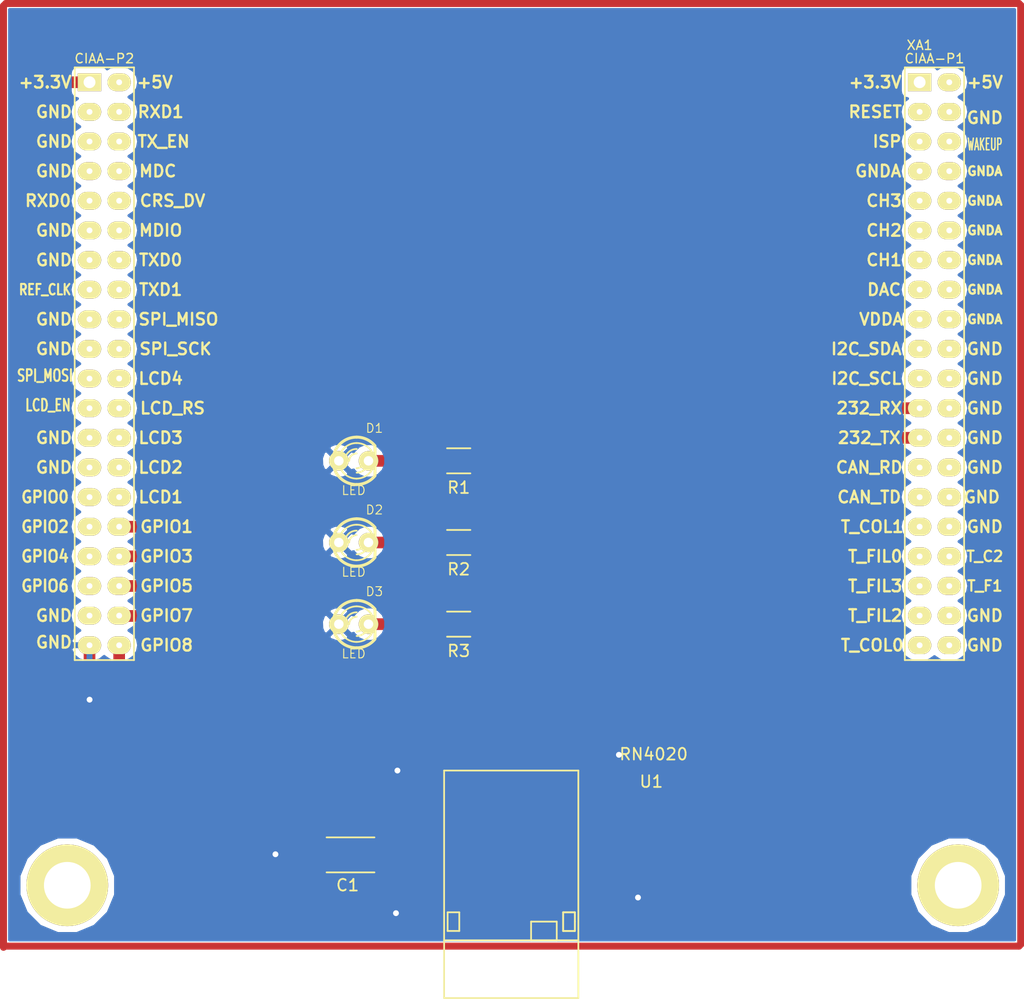
<source format=kicad_pcb>
(kicad_pcb (version 4) (host pcbnew "(2015-09-09 BZR 6176, Git 1d4a46d)-product")

  (general
    (links 23)
    (no_connects 0)
    (area 106.959999 58.474999 193.670001 143.675001)
    (thickness 1.6)
    (drawings 6)
    (tracks 117)
    (zones 0)
    (modules 9)
    (nets 40)
  )

  (page A4)
  (title_block
    (title "Poncho Mediano - Modelo - Ejemplo - Template")
    (date "lun 05 oct 2015")
    (rev 1.0)
    (company "Proyecto CIAA - COMPUTADORA INDUSTRIAL ABIERTA ARGENTINA")
    (comment 1 https://github.com/ciaa/Ponchos/tree/master/modelos/doc)
    (comment 2 "Autores y Licencia del template (Diego Brengi - UNLaM)")
    (comment 3 "Autor del poncho (COMPLETAR NOMBRE Y APELLIDO). Ver directorio \"doc\"")
    (comment 4 "CÓDIGO PONCHO:")
  )

  (layers
    (0 F.Cu signal)
    (31 B.Cu signal hide)
    (32 B.Adhes user hide)
    (33 F.Adhes user hide)
    (34 B.Paste user)
    (35 F.Paste user hide)
    (36 B.SilkS user hide)
    (37 F.SilkS user)
    (38 B.Mask user hide)
    (39 F.Mask user hide)
    (40 Dwgs.User user)
    (41 Cmts.User user hide)
    (42 Eco1.User user hide)
    (43 Eco2.User user hide)
    (44 Edge.Cuts user hide)
    (45 Margin user hide)
    (46 B.CrtYd user hide)
    (47 F.CrtYd user hide)
    (48 B.Fab user hide)
    (49 F.Fab user hide)
  )

  (setup
    (last_trace_width 0.381)
    (user_trace_width 0.508)
    (user_trace_width 0.508)
    (user_trace_width 0.6)
    (user_trace_width 0.635)
    (user_trace_width 0.762)
    (user_trace_width 0.8)
    (user_trace_width 1)
    (user_trace_width 1.016)
    (user_trace_width 1.27)
    (user_trace_width 1.27)
    (user_trace_width 1.524)
    (user_trace_width 1.524)
    (trace_clearance 0.1)
    (zone_clearance 0.508)
    (zone_45_only no)
    (trace_min 0.2)
    (segment_width 0.2)
    (edge_width 0.15)
    (via_size 0.6)
    (via_drill 0.4)
    (via_min_size 0.4)
    (via_min_drill 0.3)
    (user_via 1 0.5)
    (user_via 2 0.5)
    (uvia_size 0.3)
    (uvia_drill 0.1)
    (uvias_allowed no)
    (uvia_min_size 0)
    (uvia_min_drill 0)
    (pcb_text_width 0.3)
    (pcb_text_size 1.5 1.5)
    (mod_edge_width 0.15)
    (mod_text_size 0.000001 0.000001)
    (mod_text_width 0.15)
    (pad_size 1.524 2)
    (pad_drill 0.5)
    (pad_to_mask_clearance 0.2)
    (aux_axis_origin 108.63 138.67)
    (visible_elements 7FFEFF5F)
    (pcbplotparams
      (layerselection 0x00020_80000000)
      (usegerberextensions false)
      (excludeedgelayer false)
      (linewidth 0.100000)
      (plotframeref false)
      (viasonmask false)
      (mode 1)
      (useauxorigin false)
      (hpglpennumber 1)
      (hpglpenspeed 20)
      (hpglpendiameter 15)
      (hpglpenoverlay 2)
      (psnegative false)
      (psa4output false)
      (plotreference true)
      (plotvalue false)
      (plotinvisibletext false)
      (padsonsilk false)
      (subtractmaskfromsilk false)
      (outputformat 1)
      (mirror false)
      (drillshape 0)
      (scaleselection 1)
      (outputdirectory ""))
  )

  (net 0 "")
  (net 1 GND)
  (net 2 +3V3)
  (net 3 "Net-(D1-Pad2)")
  (net 4 "Net-(D2-Pad2)")
  (net 5 "Net-(D3-Pad2)")
  (net 6 "Net-(R1-Pad1)")
  (net 7 "Net-(R2-Pad1)")
  (net 8 "Net-(R3-Pad1)")
  (net 9 "Net-(U1-Pad2)")
  (net 10 "Net-(U1-Pad3)")
  (net 11 "Net-(U1-Pad4)")
  (net 12 "Net-(U1-Pad13)")
  (net 13 "Net-(U1-Pad17)")
  (net 14 "Net-(U1-Pad19)")
  (net 15 "Net-(U1-Pad20)")
  (net 16 "Net-(U1-Pad21)")
  (net 17 "Net-(U1-Pad22)")
  (net 18 "Net-(XA1-Pad69)")
  (net 19 "Net-(XA1-Pad71)")
  (net 20 "Net-(XA1-Pad73)")
  (net 21 "Net-(XA1-Pad75)")
  (net 22 SW)
  (net 23 TX)
  (net 24 RX)
  (net 25 CMD)
  (net 26 CTS)
  (net 27 HW)
  (net 28 RTS)
  (net 29 "Net-(XA1-Pad42)")
  (net 30 "Net-(XA1-Pad43)")
  (net 31 "Net-(XA1-Pad45)")
  (net 32 "Net-(XA1-Pad47)")
  (net 33 "Net-(XA1-Pad51)")
  (net 34 "Net-(XA1-Pad53)")
  (net 35 "Net-(XA1-Pad57)")
  (net 36 "Net-(XA1-Pad59)")
  (net 37 "Net-(XA1-Pad65)")
  (net 38 "Net-(XA1-Pad67)")
  (net 39 "Net-(XA1-Pad77)")

  (net_class Default "This is the default net class."
    (clearance 0.1)
    (trace_width 0.381)
    (via_dia 0.6)
    (via_drill 0.4)
    (uvia_dia 0.3)
    (uvia_drill 0.1)
    (add_net +3V3)
    (add_net CMD)
    (add_net CTS)
    (add_net GND)
    (add_net HW)
    (add_net "Net-(D1-Pad2)")
    (add_net "Net-(D2-Pad2)")
    (add_net "Net-(D3-Pad2)")
    (add_net "Net-(R1-Pad1)")
    (add_net "Net-(R2-Pad1)")
    (add_net "Net-(R3-Pad1)")
    (add_net "Net-(U1-Pad13)")
    (add_net "Net-(U1-Pad17)")
    (add_net "Net-(U1-Pad19)")
    (add_net "Net-(U1-Pad2)")
    (add_net "Net-(U1-Pad20)")
    (add_net "Net-(U1-Pad21)")
    (add_net "Net-(U1-Pad22)")
    (add_net "Net-(U1-Pad3)")
    (add_net "Net-(U1-Pad4)")
    (add_net "Net-(XA1-Pad42)")
    (add_net "Net-(XA1-Pad43)")
    (add_net "Net-(XA1-Pad45)")
    (add_net "Net-(XA1-Pad47)")
    (add_net "Net-(XA1-Pad51)")
    (add_net "Net-(XA1-Pad53)")
    (add_net "Net-(XA1-Pad57)")
    (add_net "Net-(XA1-Pad59)")
    (add_net "Net-(XA1-Pad65)")
    (add_net "Net-(XA1-Pad67)")
    (add_net "Net-(XA1-Pad69)")
    (add_net "Net-(XA1-Pad71)")
    (add_net "Net-(XA1-Pad73)")
    (add_net "Net-(XA1-Pad75)")
    (add_net "Net-(XA1-Pad77)")
    (add_net RTS)
    (add_net RX)
    (add_net SW)
    (add_net TX)
  )

  (module Poncho_Esqueleto:Conn_Poncho_Mediano locked (layer F.Cu) (tedit 5644B432) (tstamp 5612FA4C)
    (at 185.24 65)
    (tags "CONN Poncho")
    (path /563B682E)
    (fp_text reference XA1 (at 0 -3.175) (layer F.SilkS)
      (effects (font (size 0.8 0.8) (thickness 0.12)))
    )
    (fp_text value Conn_PonchoMP_2x_20x2 (at -1.905 51.181) (layer F.SilkS) hide
      (effects (font (size 1.016 1.016) (thickness 0.2032)))
    )
    (fp_line (start 8.255 -6.35) (end 8.255 73.66) (layer Dwgs.User) (width 0.15))
    (fp_line (start -78.105 73.66) (end -78.105 -6.35) (layer Dwgs.User) (width 0.15))
    (fp_line (start -78.105 -6.35) (end 8.255 -6.35) (layer Dwgs.User) (width 0.15))
    (fp_line (start 8.255 73.66) (end -78.105 73.66) (layer Dwgs.User) (width 0.15))
    (fp_text user GPIO8 (at -64.516 48.26) (layer F.SilkS)
      (effects (font (size 1 1) (thickness 0.2)))
    )
    (fp_text user GPIO7 (at -64.516 45.72) (layer F.SilkS)
      (effects (font (size 1 1) (thickness 0.2)))
    )
    (fp_text user GPIO5 (at -64.516 43.18) (layer F.SilkS)
      (effects (font (size 1 1) (thickness 0.2)))
    )
    (fp_text user GPIO3 (at -64.516 40.64) (layer F.SilkS)
      (effects (font (size 1 1) (thickness 0.2)))
    )
    (fp_text user GPIO1 (at -64.516 38.1) (layer F.SilkS)
      (effects (font (size 1 1) (thickness 0.2)))
    )
    (fp_text user LCD1 (at -65.024 35.56) (layer F.SilkS)
      (effects (font (size 1 1) (thickness 0.2)))
    )
    (fp_text user LCD2 (at -65.024 33.02) (layer F.SilkS)
      (effects (font (size 1 1) (thickness 0.2)))
    )
    (fp_text user LCD3 (at -65.024 30.48) (layer F.SilkS)
      (effects (font (size 1 1) (thickness 0.2)))
    )
    (fp_text user LCD_RS (at -64.008 27.94) (layer F.SilkS)
      (effects (font (size 1 1) (thickness 0.2)))
    )
    (fp_text user LCD4 (at -65.024 25.4) (layer F.SilkS)
      (effects (font (size 1 1) (thickness 0.2)))
    )
    (fp_text user SPI_SCK (at -63.754 22.86) (layer F.SilkS)
      (effects (font (size 1 1) (thickness 0.2)))
    )
    (fp_text user SPI_MISO (at -63.5 20.32) (layer F.SilkS)
      (effects (font (size 1 1) (thickness 0.2)))
    )
    (fp_text user TXD1 (at -65.024 17.78) (layer F.SilkS)
      (effects (font (size 1 1) (thickness 0.2)))
    )
    (fp_text user TXD0 (at -65.024 15.24) (layer F.SilkS)
      (effects (font (size 1 1) (thickness 0.2)))
    )
    (fp_text user MDIO (at -65.024 12.7) (layer F.SilkS)
      (effects (font (size 1 1) (thickness 0.2)))
    )
    (fp_text user CRS_DV (at -64.008 10.16) (layer F.SilkS)
      (effects (font (size 1 1) (thickness 0.2)))
    )
    (fp_text user MDC (at -65.278 7.62) (layer F.SilkS)
      (effects (font (size 1 1) (thickness 0.2)))
    )
    (fp_text user TX_EN (at -64.77 5.08) (layer F.SilkS)
      (effects (font (size 1 1) (thickness 0.2)))
    )
    (fp_text user RXD1 (at -65.024 2.54) (layer F.SilkS)
      (effects (font (size 1 1) (thickness 0.2)))
    )
    (fp_text user +5V (at -65.532 0) (layer F.SilkS)
      (effects (font (size 1 1) (thickness 0.2)))
    )
    (fp_text user GND (at -74.168 48.006) (layer F.SilkS)
      (effects (font (size 1 1) (thickness 0.2)))
    )
    (fp_text user GND (at -74.168 45.72) (layer F.SilkS)
      (effects (font (size 1 1) (thickness 0.2)))
    )
    (fp_text user GPIO6 (at -74.93 43.18) (layer F.SilkS)
      (effects (font (size 1 0.9) (thickness 0.2)))
    )
    (fp_text user GPIO4 (at -74.93 40.64) (layer F.SilkS)
      (effects (font (size 1 0.9) (thickness 0.2)))
    )
    (fp_text user GPIO2 (at -74.93 38.1) (layer F.SilkS)
      (effects (font (size 1 0.9) (thickness 0.2)))
    )
    (fp_text user GPIO0 (at -74.93 35.56) (layer F.SilkS)
      (effects (font (size 1 0.9) (thickness 0.2)))
    )
    (fp_text user GND (at -74.168 33.02) (layer F.SilkS)
      (effects (font (size 1 1) (thickness 0.2)))
    )
    (fp_text user GND (at -74.168 30.48) (layer F.SilkS)
      (effects (font (size 1 1) (thickness 0.2)))
    )
    (fp_text user LCD_EN (at -74.676 27.686) (layer F.SilkS)
      (effects (font (size 1 0.7) (thickness 0.17)))
    )
    (fp_text user SPI_MOSI (at -74.93 25.146) (layer F.SilkS)
      (effects (font (size 1 0.7) (thickness 0.17)))
    )
    (fp_text user GND (at -74.168 22.86) (layer F.SilkS)
      (effects (font (size 1 1) (thickness 0.2)))
    )
    (fp_text user GND (at -74.168 20.32) (layer F.SilkS)
      (effects (font (size 1 1) (thickness 0.2)))
    )
    (fp_text user REF_CLK (at -74.93 17.78) (layer F.SilkS)
      (effects (font (size 0.9 0.7) (thickness 0.175)))
    )
    (fp_text user GND (at -74.168 15.24) (layer F.SilkS)
      (effects (font (size 1 1) (thickness 0.2)))
    )
    (fp_text user GND (at -74.168 12.7) (layer F.SilkS)
      (effects (font (size 1 1) (thickness 0.2)))
    )
    (fp_text user GND (at -74.168 7.62) (layer F.SilkS)
      (effects (font (size 1 1) (thickness 0.2)))
    )
    (fp_text user RXD0 (at -74.676 10.16) (layer F.SilkS)
      (effects (font (size 1 1) (thickness 0.2)))
    )
    (fp_text user GND (at -74.168 5.08) (layer F.SilkS)
      (effects (font (size 1 1) (thickness 0.2)))
    )
    (fp_text user GND (at -74.168 2.54) (layer F.SilkS)
      (effects (font (size 1 1) (thickness 0.2)))
    )
    (fp_text user +3.3V (at -74.93 0) (layer F.SilkS)
      (effects (font (size 1 1) (thickness 0.2)))
    )
    (fp_text user GND (at 5.588 48.26) (layer F.SilkS)
      (effects (font (size 1 1) (thickness 0.2)))
    )
    (fp_text user GND (at 5.588 45.72) (layer F.SilkS)
      (effects (font (size 1 1) (thickness 0.2)))
    )
    (fp_text user T_F1 (at 5.588 43.18) (layer F.SilkS)
      (effects (font (size 0.9 0.9) (thickness 0.18)))
    )
    (fp_text user T_C2 (at 5.588 40.64) (layer F.SilkS)
      (effects (font (size 0.9 0.9) (thickness 0.18)))
    )
    (fp_text user GND (at 5.588 38.1) (layer F.SilkS)
      (effects (font (size 1 1) (thickness 0.2)))
    )
    (fp_text user GND (at 5.334 35.56) (layer F.SilkS)
      (effects (font (size 1 1) (thickness 0.2)))
    )
    (fp_text user GND (at 5.588 33.02) (layer F.SilkS)
      (effects (font (size 1 1) (thickness 0.2)))
    )
    (fp_text user GND (at 5.588 30.48) (layer F.SilkS)
      (effects (font (size 1 1) (thickness 0.2)))
    )
    (fp_text user GND (at 5.588 27.94) (layer F.SilkS)
      (effects (font (size 1 1) (thickness 0.2)))
    )
    (fp_text user GND (at 5.588 25.4) (layer F.SilkS)
      (effects (font (size 1 1) (thickness 0.2)))
    )
    (fp_text user GND (at 5.588 22.86) (layer F.SilkS)
      (effects (font (size 1 1) (thickness 0.2)))
    )
    (fp_text user GNDA (at 5.588 20.32) (layer F.SilkS)
      (effects (font (size 0.76 0.76) (thickness 0.19)))
    )
    (fp_text user GNDA (at 5.588 17.78) (layer F.SilkS)
      (effects (font (size 0.76 0.76) (thickness 0.19)))
    )
    (fp_text user GNDA (at 5.588 15.24) (layer F.SilkS)
      (effects (font (size 0.76 0.76) (thickness 0.19)))
    )
    (fp_text user GNDA (at 5.588 12.7) (layer F.SilkS)
      (effects (font (size 0.76 0.76) (thickness 0.19)))
    )
    (fp_text user GNDA (at 5.588 10.16) (layer F.SilkS)
      (effects (font (size 0.76 0.76) (thickness 0.19)))
    )
    (fp_text user GNDA (at 5.588 7.62) (layer F.SilkS)
      (effects (font (size 0.76 0.76) (thickness 0.19)))
    )
    (fp_text user WAKEUP (at 5.588 5.334) (layer F.SilkS)
      (effects (font (size 1 0.5) (thickness 0.125)))
    )
    (fp_text user GND (at 5.588 3.048) (layer F.SilkS)
      (effects (font (size 1 1) (thickness 0.2)))
    )
    (fp_text user +5V (at 5.588 0) (layer F.SilkS)
      (effects (font (size 1 1) (thickness 0.2)))
    )
    (fp_text user T_COL0 (at -4.064 48.26) (layer F.SilkS)
      (effects (font (size 1 1) (thickness 0.2)))
    )
    (fp_text user T_FIL2 (at -3.81 45.72) (layer F.SilkS)
      (effects (font (size 1 1) (thickness 0.2)))
    )
    (fp_text user T_FIL3 (at -3.81 43.18) (layer F.SilkS)
      (effects (font (size 1 1) (thickness 0.2)))
    )
    (fp_text user T_FIL0 (at -3.81 40.64) (layer F.SilkS)
      (effects (font (size 1 1) (thickness 0.2)))
    )
    (fp_text user T_COL1 (at -4.064 38.1) (layer F.SilkS)
      (effects (font (size 1 1) (thickness 0.2)))
    )
    (fp_text user CAN_TD (at -4.318 35.56) (layer F.SilkS)
      (effects (font (size 1 1) (thickness 0.2)))
    )
    (fp_text user CAN_RD (at -4.318 33.02) (layer F.SilkS)
      (effects (font (size 1 1) (thickness 0.2)))
    )
    (fp_text user 232_TX (at -4.318 30.48) (layer F.SilkS)
      (effects (font (size 1 1) (thickness 0.2)))
    )
    (fp_text user 232_RX (at -4.318 27.94) (layer F.SilkS)
      (effects (font (size 1 1) (thickness 0.2)))
    )
    (fp_text user I2C_SCL (at -4.572 25.4) (layer F.SilkS)
      (effects (font (size 1 1) (thickness 0.2)))
    )
    (fp_text user I2C_SDA (at -4.572 22.86) (layer F.SilkS)
      (effects (font (size 1 1) (thickness 0.2)))
    )
    (fp_text user VDDA (at -3.302 20.32) (layer F.SilkS)
      (effects (font (size 1 1) (thickness 0.2)))
    )
    (fp_text user DAC (at -3.048 17.78) (layer F.SilkS)
      (effects (font (size 1 1) (thickness 0.2)))
    )
    (fp_text user CH1 (at -3.048 15.24) (layer F.SilkS)
      (effects (font (size 1 1) (thickness 0.2)))
    )
    (fp_text user CH2 (at -3.048 12.7) (layer F.SilkS)
      (effects (font (size 1 1) (thickness 0.2)))
    )
    (fp_text user CH3 (at -3.048 10.16) (layer F.SilkS)
      (effects (font (size 1 1) (thickness 0.2)))
    )
    (fp_text user GNDA (at -3.556 7.62) (layer F.SilkS)
      (effects (font (size 1 1) (thickness 0.2)))
    )
    (fp_text user ISP (at -2.794 5.08) (layer F.SilkS)
      (effects (font (size 1 1) (thickness 0.2)))
    )
    (fp_text user RESET (at -3.81 2.54) (layer F.SilkS)
      (effects (font (size 1 1) (thickness 0.2)))
    )
    (fp_text user CIAA-P2 (at -69.85 -2.032) (layer F.SilkS)
      (effects (font (size 0.8 0.8) (thickness 0.12)))
    )
    (fp_text user CIAA-P1 (at 1.27 -2.032) (layer F.SilkS)
      (effects (font (size 0.8 0.8) (thickness 0.12)))
    )
    (fp_text user +3.3V (at -3.81 0) (layer F.SilkS)
      (effects (font (size 1 1) (thickness 0.2)))
    )
    (fp_line (start -72.39 0) (end -72.39 -1.27) (layer F.SilkS) (width 0.15))
    (fp_line (start -72.39 -1.27) (end -67.31 -1.27) (layer F.SilkS) (width 0.15))
    (fp_line (start -67.31 -1.27) (end -67.31 49.53) (layer F.SilkS) (width 0.15))
    (fp_line (start -67.31 49.53) (end -72.39 49.53) (layer F.SilkS) (width 0.15))
    (fp_line (start -72.39 49.53) (end -72.39 0) (layer F.SilkS) (width 0.15))
    (fp_line (start -1.27 49.53) (end -1.27 -1.27) (layer F.SilkS) (width 0.15))
    (fp_line (start 3.81 49.53) (end 3.81 -1.27) (layer F.SilkS) (width 0.15))
    (fp_line (start 3.81 49.53) (end -1.27 49.53) (layer F.SilkS) (width 0.15))
    (fp_line (start 3.81 -1.27) (end -1.27 -1.27) (layer F.SilkS) (width 0.15))
    (pad 1 thru_hole rect (at 0 0 270) (size 1.524 2) (drill 1.016) (layers *.Cu *.Mask F.SilkS))
    (pad 2 thru_hole oval (at 2.54 0 270) (size 1.524 2) (drill 0.5) (layers *.Cu *.Mask F.SilkS))
    (pad 11 thru_hole oval (at 0 12.7 270) (size 1.524 2) (drill 0.5) (layers *.Cu *.Mask F.SilkS))
    (pad 4 thru_hole oval (at 2.54 2.54 270) (size 1.524 2) (drill 0.5) (layers *.Cu *.Mask F.SilkS))
    (pad 13 thru_hole oval (at 0 15.24 270) (size 1.524 2) (drill 0.5) (layers *.Cu *.Mask F.SilkS))
    (pad 6 thru_hole oval (at 2.54 5.08 270) (size 1.524 2) (drill 0.5) (layers *.Cu *.Mask F.SilkS))
    (pad 15 thru_hole oval (at 0 17.78 270) (size 1.524 2) (drill 0.5) (layers *.Cu *.Mask F.SilkS))
    (pad 8 thru_hole oval (at 2.54 7.62 270) (size 1.524 2) (drill 0.5) (layers *.Cu *.Mask F.SilkS))
    (pad 17 thru_hole oval (at 0 20.32 270) (size 1.524 2) (drill 0.5) (layers *.Cu *.Mask F.SilkS))
    (pad 10 thru_hole oval (at 2.54 10.16 270) (size 1.524 2) (drill 0.5) (layers *.Cu *.Mask F.SilkS))
    (pad 19 thru_hole oval (at 0 22.86 270) (size 1.524 2) (drill 0.5) (layers *.Cu *.Mask F.SilkS))
    (pad 12 thru_hole oval (at 2.54 12.7 270) (size 1.524 2) (drill 0.5) (layers *.Cu *.Mask F.SilkS))
    (pad 21 thru_hole oval (at 0 25.4 270) (size 1.524 2) (drill 0.5) (layers *.Cu *.Mask F.SilkS))
    (pad 14 thru_hole oval (at 2.54 15.24 270) (size 1.524 2) (drill 0.5) (layers *.Cu *.Mask F.SilkS))
    (pad 23 thru_hole oval (at 0 27.94 270) (size 1.524 2) (drill 0.5) (layers *.Cu *.Mask F.SilkS)
      (net 24 RX))
    (pad 16 thru_hole oval (at 2.54 17.78 270) (size 1.524 2) (drill 0.5) (layers *.Cu *.Mask F.SilkS))
    (pad 25 thru_hole oval (at 0 30.48 270) (size 1.524 2) (drill 0.5) (layers *.Cu *.Mask F.SilkS)
      (net 23 TX))
    (pad 18 thru_hole oval (at 2.54 20.32 270) (size 1.524 2) (drill 0.5) (layers *.Cu *.Mask F.SilkS))
    (pad 27 thru_hole oval (at 0 33.02 270) (size 1.524 2) (drill 0.5) (layers *.Cu *.Mask F.SilkS))
    (pad 20 thru_hole oval (at 2.54 22.86 270) (size 1.524 2) (drill 0.5) (layers *.Cu *.Mask F.SilkS))
    (pad 29 thru_hole oval (at 0 35.56 270) (size 1.524 2) (drill 0.5) (layers *.Cu *.Mask F.SilkS))
    (pad 22 thru_hole oval (at 2.54 25.4 270) (size 1.524 2) (drill 0.5) (layers *.Cu *.Mask F.SilkS))
    (pad 31 thru_hole oval (at 0 38.1 270) (size 1.524 2) (drill 0.5) (layers *.Cu *.Mask F.SilkS))
    (pad 24 thru_hole oval (at 2.54 27.94 270) (size 1.524 2) (drill 0.5) (layers *.Cu *.Mask F.SilkS))
    (pad 26 thru_hole oval (at 2.54 30.48 270) (size 1.524 2) (drill 0.5) (layers *.Cu *.Mask F.SilkS))
    (pad 33 thru_hole oval (at 0 40.64 270) (size 1.524 2) (drill 0.5) (layers *.Cu *.Mask F.SilkS))
    (pad 28 thru_hole oval (at 2.54 33.02 270) (size 1.524 2) (drill 0.5) (layers *.Cu *.Mask F.SilkS))
    (pad 32 thru_hole oval (at 2.54 38.1 270) (size 1.524 2) (drill 0.5) (layers *.Cu *.Mask F.SilkS))
    (pad 34 thru_hole oval (at 2.54 40.64 270) (size 1.524 2) (drill 0.5) (layers *.Cu *.Mask F.SilkS))
    (pad 36 thru_hole oval (at 2.54 43.18 270) (size 1.524 2) (drill 0.5) (layers *.Cu *.Mask F.SilkS))
    (pad 38 thru_hole oval (at 2.54 45.72 270) (size 1.524 2) (drill 0.5) (layers *.Cu *.Mask F.SilkS))
    (pad 35 thru_hole oval (at 0 43.18 270) (size 1.524 2) (drill 0.5) (layers *.Cu *.Mask F.SilkS))
    (pad 37 thru_hole oval (at 0 45.72 270) (size 1.524 2) (drill 0.5) (layers *.Cu *.Mask F.SilkS))
    (pad 3 thru_hole oval (at 0 2.54 270) (size 1.524 2) (drill 0.5) (layers *.Cu *.Mask F.SilkS))
    (pad 5 thru_hole oval (at 0 5.08 270) (size 1.524 2) (drill 0.5) (layers *.Cu *.Mask F.SilkS))
    (pad 7 thru_hole oval (at 0 7.62 270) (size 1.524 2) (drill 0.5) (layers *.Cu *.Mask F.SilkS))
    (pad 9 thru_hole oval (at 0 10.16 270) (size 1.524 2) (drill 0.5) (layers *.Cu *.Mask F.SilkS))
    (pad 39 thru_hole oval (at 0 48.26 270) (size 1.524 2) (drill 0.5) (layers *.Cu *.Mask F.SilkS))
    (pad 40 thru_hole oval (at 2.54 48.26 270) (size 1.524 2) (drill 0.5) (layers *.Cu *.Mask F.SilkS))
    (pad 30 thru_hole oval (at 2.54 35.56 270) (size 1.524 2) (drill 0.5) (layers *.Cu *.Mask F.SilkS))
    (pad 41 thru_hole rect (at -71.12 0 270) (size 1.524 2) (drill 1.016) (layers *.Cu *.Mask F.SilkS)
      (net 2 +3V3))
    (pad 42 thru_hole oval (at -68.58 0 270) (size 1.524 2) (drill 0.5) (layers *.Cu *.Mask F.SilkS)
      (net 29 "Net-(XA1-Pad42)"))
    (pad 43 thru_hole oval (at -71.12 2.54 270) (size 1.524 2) (drill 0.5) (layers *.Cu *.Mask F.SilkS)
      (net 30 "Net-(XA1-Pad43)"))
    (pad 44 thru_hole oval (at -68.58 2.54 270) (size 1.524 2) (drill 0.5) (layers *.Cu *.Mask F.SilkS))
    (pad 45 thru_hole oval (at -71.12 5.08 270) (size 1.524 2) (drill 0.5) (layers *.Cu *.Mask F.SilkS)
      (net 31 "Net-(XA1-Pad45)"))
    (pad 46 thru_hole oval (at -68.58 5.08 270) (size 1.524 2) (drill 0.5) (layers *.Cu *.Mask F.SilkS))
    (pad 47 thru_hole oval (at -71.12 7.62 270) (size 1.524 2) (drill 0.5) (layers *.Cu *.Mask F.SilkS)
      (net 32 "Net-(XA1-Pad47)"))
    (pad 48 thru_hole oval (at -68.58 7.62 270) (size 1.524 2) (drill 0.5) (layers *.Cu *.Mask F.SilkS))
    (pad 49 thru_hole oval (at -71.12 10.16 270) (size 1.524 2) (drill 0.5) (layers *.Cu *.Mask F.SilkS))
    (pad 50 thru_hole oval (at -68.58 10.16 270) (size 1.524 2) (drill 0.5) (layers *.Cu *.Mask F.SilkS))
    (pad 51 thru_hole oval (at -71.12 12.7 270) (size 1.524 2) (drill 0.5) (layers *.Cu *.Mask F.SilkS)
      (net 33 "Net-(XA1-Pad51)"))
    (pad 52 thru_hole oval (at -68.58 12.7 270) (size 1.524 2) (drill 0.5) (layers *.Cu *.Mask F.SilkS))
    (pad 53 thru_hole oval (at -71.12 15.24 270) (size 1.524 2) (drill 0.5) (layers *.Cu *.Mask F.SilkS)
      (net 34 "Net-(XA1-Pad53)"))
    (pad 54 thru_hole oval (at -68.58 15.24 270) (size 1.524 2) (drill 0.5) (layers *.Cu *.Mask F.SilkS))
    (pad 55 thru_hole oval (at -71.12 17.78 270) (size 1.524 2) (drill 0.5) (layers *.Cu *.Mask F.SilkS))
    (pad 56 thru_hole oval (at -68.58 17.78 270) (size 1.524 2) (drill 0.5) (layers *.Cu *.Mask F.SilkS))
    (pad 57 thru_hole oval (at -71.12 20.32 270) (size 1.524 2) (drill 0.5) (layers *.Cu *.Mask F.SilkS)
      (net 35 "Net-(XA1-Pad57)"))
    (pad 58 thru_hole oval (at -68.58 20.32 270) (size 1.524 2) (drill 0.5) (layers *.Cu *.Mask F.SilkS))
    (pad 59 thru_hole oval (at -71.12 22.86 270) (size 1.524 2) (drill 0.5) (layers *.Cu *.Mask F.SilkS)
      (net 36 "Net-(XA1-Pad59)"))
    (pad 60 thru_hole oval (at -68.58 22.86 270) (size 1.524 2) (drill 0.5) (layers *.Cu *.Mask F.SilkS))
    (pad 61 thru_hole oval (at -71.12 25.4 270) (size 1.524 2) (drill 0.5) (layers *.Cu *.Mask F.SilkS))
    (pad 62 thru_hole oval (at -68.58 25.4 270) (size 1.524 2) (drill 0.5) (layers *.Cu *.Mask F.SilkS))
    (pad 63 thru_hole oval (at -71.12 27.94 270) (size 1.524 2) (drill 0.5) (layers *.Cu *.Mask F.SilkS))
    (pad 64 thru_hole oval (at -68.58 27.94 270) (size 1.524 2) (drill 0.5) (layers *.Cu *.Mask F.SilkS))
    (pad 65 thru_hole oval (at -71.12 30.48 270) (size 1.524 2) (drill 0.5) (layers *.Cu *.Mask F.SilkS)
      (net 37 "Net-(XA1-Pad65)"))
    (pad 66 thru_hole oval (at -68.58 30.48 270) (size 1.524 2) (drill 0.5) (layers *.Cu *.Mask F.SilkS))
    (pad 67 thru_hole oval (at -71.12 33.02 270) (size 1.524 2) (drill 0.5) (layers *.Cu *.Mask F.SilkS)
      (net 38 "Net-(XA1-Pad67)"))
    (pad 68 thru_hole oval (at -68.58 33.02 270) (size 1.524 2) (drill 0.5) (layers *.Cu *.Mask F.SilkS))
    (pad 69 thru_hole oval (at -71.12 35.56 270) (size 1.524 2) (drill 0.5) (layers *.Cu *.Mask F.SilkS)
      (net 18 "Net-(XA1-Pad69)"))
    (pad 70 thru_hole oval (at -68.58 35.56 270) (size 1.524 2) (drill 0.5) (layers *.Cu *.Mask F.SilkS))
    (pad 71 thru_hole oval (at -71.12 38.1 270) (size 1.524 2) (drill 0.5) (layers *.Cu *.Mask F.SilkS)
      (net 19 "Net-(XA1-Pad71)"))
    (pad 72 thru_hole oval (at -68.58 38.1 270) (size 1.524 2) (drill 0.5) (layers *.Cu *.Mask F.SilkS)
      (net 22 SW))
    (pad 73 thru_hole oval (at -71.12 40.64 270) (size 1.524 2) (drill 0.5) (layers *.Cu *.Mask F.SilkS)
      (net 20 "Net-(XA1-Pad73)"))
    (pad 74 thru_hole oval (at -68.58 40.64 270) (size 1.524 2) (drill 0.5) (layers *.Cu *.Mask F.SilkS)
      (net 25 CMD))
    (pad 75 thru_hole oval (at -71.12 43.18 270) (size 1.524 2) (drill 0.5) (layers *.Cu *.Mask F.SilkS)
      (net 21 "Net-(XA1-Pad75)"))
    (pad 76 thru_hole oval (at -68.58 43.18 270) (size 1.524 2) (drill 0.5) (layers *.Cu *.Mask F.SilkS)
      (net 26 CTS))
    (pad 77 thru_hole oval (at -71.12 45.72 270) (size 1.524 2) (drill 0.5) (layers *.Cu *.Mask F.SilkS)
      (net 39 "Net-(XA1-Pad77)"))
    (pad 78 thru_hole oval (at -68.58 45.72 270) (size 1.524 2) (drill 0.5) (layers *.Cu *.Mask F.SilkS)
      (net 27 HW))
    (pad 79 thru_hole oval (at -71.12 48.26 270) (size 1.524 2) (drill 0.5) (layers *.Cu *.Mask F.SilkS)
      (net 1 GND))
    (pad 80 thru_hole oval (at -68.58 48.26 270) (size 1.524 2) (drill 0.5) (layers *.Cu *.Mask F.SilkS)
      (net 28 RTS))
    (pad ~ thru_hole circle (at -73.025 68.834) (size 7 7) (drill 4) (layers *.Cu *.Mask F.SilkS))
    (pad ~ thru_hole circle (at 3.302 68.834) (size 7 7) (drill 4) (layers *.Cu *.Mask F.SilkS))
  )

  (module RN4020 (layer F.Cu) (tedit 5637DD0D) (tstamp 5632354D)
    (at 156 124 180)
    (path /561FC38B)
    (fp_text reference U1 (at -6.25 -0.95 180) (layer F.SilkS)
      (effects (font (size 1 1) (thickness 0.15)))
    )
    (fp_text value RN4020 (at -6.45 1.4 180) (layer F.SilkS)
      (effects (font (size 1 1) (thickness 0.15)))
    )
    (fp_line (start 10.2 -13.75) (end 10.2 -12.15) (layer F.SilkS) (width 0.15))
    (fp_line (start 10.2 -12.15) (end 11.2 -12.15) (layer F.SilkS) (width 0.15))
    (fp_line (start 11.2 -12.15) (end 11.2 -13.75) (layer F.SilkS) (width 0.15))
    (fp_line (start 10.2 -13.75) (end 11.2 -13.75) (layer F.SilkS) (width 0.15))
    (fp_line (start 0.3 -13.75) (end 1.3 -13.75) (layer F.SilkS) (width 0.15))
    (fp_line (start 1.3 -12.15) (end 1.3 -13.75) (layer F.SilkS) (width 0.15))
    (fp_line (start 0.3 -12.15) (end 1.3 -12.15) (layer F.SilkS) (width 0.15))
    (fp_line (start 0.3 -12.95) (end 0.3 -12.15) (layer F.SilkS) (width 0.15))
    (fp_line (start 0.3 -13.75) (end 0.3 -12.95) (layer F.SilkS) (width 0.15))
    (fp_line (start 0.3 -13.75) (end 0.3 -12.95) (layer F.SilkS) (width 0.15))
    (fp_line (start 0.3 -12.95) (end 0.3 -12.15) (layer F.SilkS) (width 0.15))
    (fp_line (start 0.3 -12.15) (end 1.3 -12.15) (layer F.SilkS) (width 0.15))
    (fp_line (start 1.3 -12.15) (end 1.3 -13.75) (layer F.SilkS) (width 0.15))
    (fp_line (start 0.3 -13.75) (end 1.3 -13.75) (layer F.SilkS) (width 0.15))
    (fp_line (start 1.85 -12.95) (end 4.05 -12.95) (layer F.SilkS) (width 0.15))
    (fp_line (start 4.05 -12.95) (end 4.05 -14.55) (layer F.SilkS) (width 0.15))
    (fp_line (start 1.85 -14.55) (end 1.85 -12.95) (layer F.SilkS) (width 0.15))
    (fp_line (start 1.85 -14.55) (end 4.05 -14.55) (layer F.SilkS) (width 0.15))
    (fp_line (start 0 -14.55) (end 11.5 -14.55) (layer F.SilkS) (width 0.15))
    (fp_line (start 0 0) (end 0 -19.5) (layer F.SilkS) (width 0.15))
    (fp_line (start 0 -19.5) (end 11.5 -19.5) (layer F.SilkS) (width 0.15))
    (fp_line (start 11.5 -19.5) (end 11.5 0) (layer F.SilkS) (width 0.15))
    (fp_line (start 11.5 0) (end 0 0) (layer F.SilkS) (width 0.15))
    (pad 2 smd rect (at -0.25 -9.7 180) (size 2.5 0.8) (layers F.Cu F.Paste F.Mask)
      (net 9 "Net-(U1-Pad2)"))
    (pad 1 smd rect (at -0.25 -10.9 180) (size 2.5 0.8) (layers F.Cu F.Paste F.Mask)
      (net 1 GND))
    (pad 3 smd rect (at -0.25 -8.5 180) (size 2.5 0.8) (layers F.Cu F.Paste F.Mask)
      (net 10 "Net-(U1-Pad3)"))
    (pad 4 smd rect (at -0.25 -7.3 180) (size 2.5 0.8) (layers F.Cu F.Paste F.Mask)
      (net 11 "Net-(U1-Pad4)"))
    (pad 5 smd rect (at -0.25 -6.1 180) (size 2.5 0.8) (layers F.Cu F.Paste F.Mask)
      (net 23 TX))
    (pad 6 smd rect (at -0.25 -4.9 180) (size 2.5 0.8) (layers F.Cu F.Paste F.Mask)
      (net 24 RX))
    (pad 7 smd rect (at -0.25 -3.7 180) (size 2.5 0.8) (layers F.Cu F.Paste F.Mask)
      (net 22 SW))
    (pad 8 smd rect (at -0.25 -2.5 180) (size 2.5 0.8) (layers F.Cu F.Paste F.Mask)
      (net 25 CMD))
    (pad 9 smd circle (at 0 0 180) (size 2 2) (layers F.Cu F.Paste F.Mask)
      (net 1 GND))
    (pad 10 smd rect (at 2.75 0.25 180) (size 0.8 2.5) (layers F.Cu F.Paste F.Mask)
      (net 6 "Net-(R1-Pad1)"))
    (pad 11 smd rect (at 3.95 0.25 180) (size 0.8 2.5) (layers F.Cu F.Paste F.Mask)
      (net 7 "Net-(R2-Pad1)"))
    (pad 12 smd rect (at 5.15 0.25 180) (size 0.8 2.5) (layers F.Cu F.Paste F.Mask)
      (net 8 "Net-(R3-Pad1)"))
    (pad 13 smd rect (at 6.35 0.25 180) (size 0.8 2.5) (layers F.Cu F.Paste F.Mask)
      (net 12 "Net-(U1-Pad13)"))
    (pad 14 smd rect (at 7.55 0.25 180) (size 0.8 2.5) (layers F.Cu F.Paste F.Mask)
      (net 26 CTS))
    (pad 15 smd rect (at 8.75 0.25 180) (size 0.8 2.5) (layers F.Cu F.Paste F.Mask)
      (net 27 HW))
    (pad 16 smd circle (at 11.5 0 180) (size 2 2) (layers F.Cu F.Paste F.Mask)
      (net 1 GND))
    (pad 17 smd rect (at 11.75 -2.5 180) (size 2.5 0.8) (layers F.Cu F.Paste F.Mask)
      (net 13 "Net-(U1-Pad17)"))
    (pad 18 smd rect (at 11.75 -3.7 180) (size 2.5 0.8) (layers F.Cu F.Paste F.Mask)
      (net 28 RTS))
    (pad 19 smd rect (at 11.75 -4.9 180) (size 2.5 0.8) (layers F.Cu F.Paste F.Mask)
      (net 14 "Net-(U1-Pad19)"))
    (pad 20 smd rect (at 11.75 -6.1 180) (size 2.5 0.8) (layers F.Cu F.Paste F.Mask)
      (net 15 "Net-(U1-Pad20)"))
    (pad 21 smd rect (at 11.75 -7.3 180) (size 2.5 0.8) (layers F.Cu F.Paste F.Mask)
      (net 16 "Net-(U1-Pad21)"))
    (pad 22 smd rect (at 11.75 -8.5 180) (size 2.5 0.8) (layers F.Cu F.Paste F.Mask)
      (net 17 "Net-(U1-Pad22)"))
    (pad 23 smd rect (at 11.75 -9.7 180) (size 2.5 0.8) (layers F.Cu F.Paste F.Mask)
      (net 2 +3V3))
    (pad 24 smd rect (at 11.75 -10.9 180) (size 2.5 0.8) (layers F.Cu F.Paste F.Mask)
      (net 1 GND))
  )

  (module LED-3MM (layer F.Cu) (tedit 50ADE848) (tstamp 56323566)
    (at 136.75006 97.45112)
    (descr "LED 3mm - Lead pitch 100mil (2,54mm)")
    (tags "LED led 3mm 3MM 100mil 2,54mm")
    (path /561FB9E9)
    (fp_text reference D1 (at 1.778 -2.794) (layer F.SilkS)
      (effects (font (size 0.762 0.762) (thickness 0.0889)))
    )
    (fp_text value LED (at 0 2.54) (layer F.SilkS)
      (effects (font (size 0.762 0.762) (thickness 0.0889)))
    )
    (fp_line (start 1.8288 1.27) (end 1.8288 -1.27) (layer F.SilkS) (width 0.254))
    (fp_arc (start 0.254 0) (end -1.27 0) (angle 39.8) (layer F.SilkS) (width 0.1524))
    (fp_arc (start 0.254 0) (end -0.88392 1.01092) (angle 41.6) (layer F.SilkS) (width 0.1524))
    (fp_arc (start 0.254 0) (end 1.4097 -0.9906) (angle 40.6) (layer F.SilkS) (width 0.1524))
    (fp_arc (start 0.254 0) (end 1.778 0) (angle 39.8) (layer F.SilkS) (width 0.1524))
    (fp_arc (start 0.254 0) (end 0.254 -1.524) (angle 54.4) (layer F.SilkS) (width 0.1524))
    (fp_arc (start 0.254 0) (end -0.9652 -0.9144) (angle 53.1) (layer F.SilkS) (width 0.1524))
    (fp_arc (start 0.254 0) (end 1.45542 0.93472) (angle 52.1) (layer F.SilkS) (width 0.1524))
    (fp_arc (start 0.254 0) (end 0.254 1.524) (angle 52.1) (layer F.SilkS) (width 0.1524))
    (fp_arc (start 0.254 0) (end -0.381 0) (angle 90) (layer F.SilkS) (width 0.1524))
    (fp_arc (start 0.254 0) (end -0.762 0) (angle 90) (layer F.SilkS) (width 0.1524))
    (fp_arc (start 0.254 0) (end 0.889 0) (angle 90) (layer F.SilkS) (width 0.1524))
    (fp_arc (start 0.254 0) (end 1.27 0) (angle 90) (layer F.SilkS) (width 0.1524))
    (fp_arc (start 0.254 0) (end 0.254 -2.032) (angle 50.1) (layer F.SilkS) (width 0.254))
    (fp_arc (start 0.254 0) (end -1.5367 -0.95504) (angle 61.9) (layer F.SilkS) (width 0.254))
    (fp_arc (start 0.254 0) (end 1.8034 1.31064) (angle 49.7) (layer F.SilkS) (width 0.254))
    (fp_arc (start 0.254 0) (end 0.254 2.032) (angle 60.2) (layer F.SilkS) (width 0.254))
    (fp_arc (start 0.254 0) (end -1.778 0) (angle 28.3) (layer F.SilkS) (width 0.254))
    (fp_arc (start 0.254 0) (end -1.47574 1.06426) (angle 31.6) (layer F.SilkS) (width 0.254))
    (pad 1 thru_hole circle (at -1.27 0) (size 1.6764 1.6764) (drill 0.8128) (layers *.Cu *.Mask F.SilkS)
      (net 1 GND))
    (pad 2 thru_hole circle (at 1.27 0) (size 1.6764 1.6764) (drill 0.8128) (layers *.Cu *.Mask F.SilkS)
      (net 3 "Net-(D1-Pad2)"))
    (model discret/leds/led3_vertical_verde.wrl
      (at (xyz 0 0 0))
      (scale (xyz 1 1 1))
      (rotate (xyz 0 0 0))
    )
  )

  (module LED-3MM (layer F.Cu) (tedit 50ADE848) (tstamp 5632357F)
    (at 136.75006 104.45112)
    (descr "LED 3mm - Lead pitch 100mil (2,54mm)")
    (tags "LED led 3mm 3MM 100mil 2,54mm")
    (path /561FB9ED)
    (fp_text reference D2 (at 1.778 -2.794) (layer F.SilkS)
      (effects (font (size 0.762 0.762) (thickness 0.0889)))
    )
    (fp_text value LED (at 0 2.54) (layer F.SilkS)
      (effects (font (size 0.762 0.762) (thickness 0.0889)))
    )
    (fp_line (start 1.8288 1.27) (end 1.8288 -1.27) (layer F.SilkS) (width 0.254))
    (fp_arc (start 0.254 0) (end -1.27 0) (angle 39.8) (layer F.SilkS) (width 0.1524))
    (fp_arc (start 0.254 0) (end -0.88392 1.01092) (angle 41.6) (layer F.SilkS) (width 0.1524))
    (fp_arc (start 0.254 0) (end 1.4097 -0.9906) (angle 40.6) (layer F.SilkS) (width 0.1524))
    (fp_arc (start 0.254 0) (end 1.778 0) (angle 39.8) (layer F.SilkS) (width 0.1524))
    (fp_arc (start 0.254 0) (end 0.254 -1.524) (angle 54.4) (layer F.SilkS) (width 0.1524))
    (fp_arc (start 0.254 0) (end -0.9652 -0.9144) (angle 53.1) (layer F.SilkS) (width 0.1524))
    (fp_arc (start 0.254 0) (end 1.45542 0.93472) (angle 52.1) (layer F.SilkS) (width 0.1524))
    (fp_arc (start 0.254 0) (end 0.254 1.524) (angle 52.1) (layer F.SilkS) (width 0.1524))
    (fp_arc (start 0.254 0) (end -0.381 0) (angle 90) (layer F.SilkS) (width 0.1524))
    (fp_arc (start 0.254 0) (end -0.762 0) (angle 90) (layer F.SilkS) (width 0.1524))
    (fp_arc (start 0.254 0) (end 0.889 0) (angle 90) (layer F.SilkS) (width 0.1524))
    (fp_arc (start 0.254 0) (end 1.27 0) (angle 90) (layer F.SilkS) (width 0.1524))
    (fp_arc (start 0.254 0) (end 0.254 -2.032) (angle 50.1) (layer F.SilkS) (width 0.254))
    (fp_arc (start 0.254 0) (end -1.5367 -0.95504) (angle 61.9) (layer F.SilkS) (width 0.254))
    (fp_arc (start 0.254 0) (end 1.8034 1.31064) (angle 49.7) (layer F.SilkS) (width 0.254))
    (fp_arc (start 0.254 0) (end 0.254 2.032) (angle 60.2) (layer F.SilkS) (width 0.254))
    (fp_arc (start 0.254 0) (end -1.778 0) (angle 28.3) (layer F.SilkS) (width 0.254))
    (fp_arc (start 0.254 0) (end -1.47574 1.06426) (angle 31.6) (layer F.SilkS) (width 0.254))
    (pad 1 thru_hole circle (at -1.27 0) (size 1.6764 1.6764) (drill 0.8128) (layers *.Cu *.Mask F.SilkS)
      (net 1 GND))
    (pad 2 thru_hole circle (at 1.27 0) (size 1.6764 1.6764) (drill 0.8128) (layers *.Cu *.Mask F.SilkS)
      (net 4 "Net-(D2-Pad2)"))
    (model discret/leds/led3_vertical_verde.wrl
      (at (xyz 0 0 0))
      (scale (xyz 1 1 1))
      (rotate (xyz 0 0 0))
    )
  )

  (module LED-3MM (layer F.Cu) (tedit 50ADE848) (tstamp 56323598)
    (at 136.75006 111.45112)
    (descr "LED 3mm - Lead pitch 100mil (2,54mm)")
    (tags "LED led 3mm 3MM 100mil 2,54mm")
    (path /561FB9EE)
    (fp_text reference D3 (at 1.778 -2.794) (layer F.SilkS)
      (effects (font (size 0.762 0.762) (thickness 0.0889)))
    )
    (fp_text value LED (at 0 2.54) (layer F.SilkS)
      (effects (font (size 0.762 0.762) (thickness 0.0889)))
    )
    (fp_line (start 1.8288 1.27) (end 1.8288 -1.27) (layer F.SilkS) (width 0.254))
    (fp_arc (start 0.254 0) (end -1.27 0) (angle 39.8) (layer F.SilkS) (width 0.1524))
    (fp_arc (start 0.254 0) (end -0.88392 1.01092) (angle 41.6) (layer F.SilkS) (width 0.1524))
    (fp_arc (start 0.254 0) (end 1.4097 -0.9906) (angle 40.6) (layer F.SilkS) (width 0.1524))
    (fp_arc (start 0.254 0) (end 1.778 0) (angle 39.8) (layer F.SilkS) (width 0.1524))
    (fp_arc (start 0.254 0) (end 0.254 -1.524) (angle 54.4) (layer F.SilkS) (width 0.1524))
    (fp_arc (start 0.254 0) (end -0.9652 -0.9144) (angle 53.1) (layer F.SilkS) (width 0.1524))
    (fp_arc (start 0.254 0) (end 1.45542 0.93472) (angle 52.1) (layer F.SilkS) (width 0.1524))
    (fp_arc (start 0.254 0) (end 0.254 1.524) (angle 52.1) (layer F.SilkS) (width 0.1524))
    (fp_arc (start 0.254 0) (end -0.381 0) (angle 90) (layer F.SilkS) (width 0.1524))
    (fp_arc (start 0.254 0) (end -0.762 0) (angle 90) (layer F.SilkS) (width 0.1524))
    (fp_arc (start 0.254 0) (end 0.889 0) (angle 90) (layer F.SilkS) (width 0.1524))
    (fp_arc (start 0.254 0) (end 1.27 0) (angle 90) (layer F.SilkS) (width 0.1524))
    (fp_arc (start 0.254 0) (end 0.254 -2.032) (angle 50.1) (layer F.SilkS) (width 0.254))
    (fp_arc (start 0.254 0) (end -1.5367 -0.95504) (angle 61.9) (layer F.SilkS) (width 0.254))
    (fp_arc (start 0.254 0) (end 1.8034 1.31064) (angle 49.7) (layer F.SilkS) (width 0.254))
    (fp_arc (start 0.254 0) (end 0.254 2.032) (angle 60.2) (layer F.SilkS) (width 0.254))
    (fp_arc (start 0.254 0) (end -1.778 0) (angle 28.3) (layer F.SilkS) (width 0.254))
    (fp_arc (start 0.254 0) (end -1.47574 1.06426) (angle 31.6) (layer F.SilkS) (width 0.254))
    (pad 1 thru_hole circle (at -1.27 0) (size 1.6764 1.6764) (drill 0.8128) (layers *.Cu *.Mask F.SilkS)
      (net 1 GND))
    (pad 2 thru_hole circle (at 1.27 0) (size 1.6764 1.6764) (drill 0.8128) (layers *.Cu *.Mask F.SilkS)
      (net 5 "Net-(D3-Pad2)"))
    (model discret/leds/led3_vertical_verde.wrl
      (at (xyz 0 0 0))
      (scale (xyz 1 1 1))
      (rotate (xyz 0 0 0))
    )
  )

  (module Resistors_SMD:R_1206 (layer F.Cu) (tedit 5644A627) (tstamp 5637C28D)
    (at 145.75006 111.45112 180)
    (descr "Resistor SMD 1206, reflow soldering, Vishay (see dcrcw.pdf)")
    (tags "resistor 1206")
    (path /561FB9EC)
    (attr smd)
    (fp_text reference R3 (at 0 -2.3 180) (layer F.SilkS)
      (effects (font (size 1 1) (thickness 0.15)))
    )
    (fp_text value R (at 0 2.3 180) (layer F.Fab)
      (effects (font (size 1 1) (thickness 0.15)))
    )
    (fp_line (start -2.2 -1.2) (end 2.2 -1.2) (layer F.CrtYd) (width 0.05))
    (fp_line (start -2.2 1.2) (end 2.2 1.2) (layer F.CrtYd) (width 0.05))
    (fp_line (start -2.2 -1.2) (end -2.2 1.2) (layer F.CrtYd) (width 0.05))
    (fp_line (start 2.2 -1.2) (end 2.2 1.2) (layer F.CrtYd) (width 0.05))
    (fp_line (start 1 1.075) (end -1 1.075) (layer F.SilkS) (width 0.15))
    (fp_line (start -1 -1.075) (end 1 -1.075) (layer F.SilkS) (width 0.15))
    (pad 1 smd rect (at -1.45 0 180) (size 1.8 2) (layers F.Cu F.Paste F.Mask)
      (net 8 "Net-(R3-Pad1)"))
    (pad 2 smd rect (at 1.45 0 180) (size 1.8 2) (layers F.Cu F.Paste F.Mask)
      (net 5 "Net-(D3-Pad2)"))
    (model Resistors_SMD.3dshapes/R_1206.wrl
      (at (xyz 0 0 0))
      (scale (xyz 1 1 1))
      (rotate (xyz 0 0 0))
    )
  )

  (module Resistors_SMD:R_1206 (layer F.Cu) (tedit 5644A63E) (tstamp 5637C287)
    (at 145.75006 104.45112 180)
    (descr "Resistor SMD 1206, reflow soldering, Vishay (see dcrcw.pdf)")
    (tags "resistor 1206")
    (path /561FB9EB)
    (attr smd)
    (fp_text reference R2 (at 0 -2.3 180) (layer F.SilkS)
      (effects (font (size 1 1) (thickness 0.15)))
    )
    (fp_text value R (at 0 2.3 180) (layer F.Fab)
      (effects (font (size 1 1) (thickness 0.15)))
    )
    (fp_line (start -2.2 -1.2) (end 2.2 -1.2) (layer F.CrtYd) (width 0.05))
    (fp_line (start -2.2 1.2) (end 2.2 1.2) (layer F.CrtYd) (width 0.05))
    (fp_line (start -2.2 -1.2) (end -2.2 1.2) (layer F.CrtYd) (width 0.05))
    (fp_line (start 2.2 -1.2) (end 2.2 1.2) (layer F.CrtYd) (width 0.05))
    (fp_line (start 1 1.075) (end -1 1.075) (layer F.SilkS) (width 0.15))
    (fp_line (start -1 -1.075) (end 1 -1.075) (layer F.SilkS) (width 0.15))
    (pad 1 smd rect (at -1.45 0 180) (size 1.8 2) (layers F.Cu F.Paste F.Mask)
      (net 7 "Net-(R2-Pad1)"))
    (pad 2 smd rect (at 1.45 0 180) (size 1.8 2) (layers F.Cu F.Paste F.Mask)
      (net 4 "Net-(D2-Pad2)"))
    (model Resistors_SMD.3dshapes/R_1206.wrl
      (at (xyz 0 0 0))
      (scale (xyz 1 1 1))
      (rotate (xyz 0 0 0))
    )
  )

  (module Resistors_SMD:R_1206 (layer F.Cu) (tedit 5644A673) (tstamp 5637C281)
    (at 145.75006 97.45112 180)
    (descr "Resistor SMD 1206, reflow soldering, Vishay (see dcrcw.pdf)")
    (tags "resistor 1206")
    (path /561FB9E7)
    (attr smd)
    (fp_text reference R1 (at 0 -2.3 180) (layer F.SilkS)
      (effects (font (size 1 1) (thickness 0.15)))
    )
    (fp_text value R (at 0 2.3 180) (layer F.Fab)
      (effects (font (size 1 1) (thickness 0.15)))
    )
    (fp_line (start -2.2 -1.2) (end 2.2 -1.2) (layer F.CrtYd) (width 0.05))
    (fp_line (start -2.2 1.2) (end 2.2 1.2) (layer F.CrtYd) (width 0.05))
    (fp_line (start -2.2 -1.2) (end -2.2 1.2) (layer F.CrtYd) (width 0.05))
    (fp_line (start 2.2 -1.2) (end 2.2 1.2) (layer F.CrtYd) (width 0.05))
    (fp_line (start 1 1.075) (end -1 1.075) (layer F.SilkS) (width 0.15))
    (fp_line (start -1 -1.075) (end 1 -1.075) (layer F.SilkS) (width 0.15))
    (pad 1 smd rect (at -1.45 0 180) (size 1.8 2) (layers F.Cu F.Paste F.Mask)
      (net 6 "Net-(R1-Pad1)"))
    (pad 2 smd rect (at 1.45 0 180) (size 1.8 2) (layers F.Cu F.Paste F.Mask)
      (net 3 "Net-(D1-Pad2)"))
    (model Resistors_SMD.3dshapes/R_1206.wrl
      (at (xyz 0 0 0))
      (scale (xyz 1 1 1))
      (rotate (xyz 0 0 0))
    )
  )

  (module Capacitors_Tantalum_SMD:TantalC_SizeB_EIA-3528_Reflow (layer F.Cu) (tedit 5644A737) (tstamp 5637C27B)
    (at 136.23046 131.22934 180)
    (descr "Tantal Cap. , Size B, EIA-3528, Reflow")
    (tags "Tantal Capacitor Size-B EIA-3528 Reflow")
    (path /5637C0B9)
    (attr smd)
    (fp_text reference C1 (at 0 -2.6 180) (layer F.SilkS)
      (effects (font (size 1 1) (thickness 0.15)))
    )
    (fp_text value CP1 (at 0 2.7 180) (layer F.Fab)
      (effects (font (size 1 1) (thickness 0.15)))
    )
    (fp_line (start 2.7 -1.8) (end -2.7 -1.8) (layer F.CrtYd) (width 0.05))
    (fp_line (start -2.7 -1.8) (end -2.7 1.8) (layer F.CrtYd) (width 0.05))
    (fp_line (start -2.7 1.8) (end 2.7 1.8) (layer F.CrtYd) (width 0.05))
    (fp_line (start 2.7 1.8) (end 2.7 -1.8) (layer F.CrtYd) (width 0.05))
    (fp_line (start 1.8 1.5) (end -2.3 1.5) (layer F.SilkS) (width 0.15))
    (fp_line (start 1.8 -1.5) (end -2.3 -1.5) (layer F.SilkS) (width 0.15))
    (pad 2 smd rect (at 1.71 0 180) (size 2.3 2.3) (layers F.Cu F.Paste F.Mask)
      (net 1 GND))
    (pad 1 smd rect (at -1.71 0 180) (size 2.3 2.3) (layers F.Cu F.Paste F.Mask)
      (net 2 +3V3))
    (model Capacitors_Tantalum_SMD.3dshapes/TantalC_SizeB_EIA-3528_Reflow.wrl
      (at (xyz 0 0 0))
      (scale (xyz 1 1 1))
      (rotate (xyz 0 0 180))
    )
  )

  (gr_text "Laurella\nMorgillo\nMuriel\nSolito\nZubieta" (at 123 70) (layer F.Cu)
    (effects (font (size 1.5 1.5) (thickness 0.3)) (justify left))
  )
  (gr_text +3.3V (at 113.5 62.5) (layer F.Cu) (tstamp 5644AE23)
    (effects (font (size 0.8 0.8) (thickness 0.2)))
  )
  (gr_text +3.3V (at 131 137.5) (layer F.Cu)
    (effects (font (size 0.8 0.8) (thickness 0.2)))
  )
  (gr_text Awake (at 136.5 108) (layer F.Cu)
    (effects (font (size 0.8 0.8) (thickness 0.2)))
  )
  (gr_text Event (at 136.5 101) (layer F.Cu)
    (effects (font (size 0.8 0.8) (thickness 0.2)))
  )
  (gr_text Connected (at 137 94) (layer F.Cu)
    (effects (font (size 0.8 0.8) (thickness 0.2)))
  )

  (segment (start 193.75 139.05) (end 106.75 139.05) (width 0.6) (layer F.Cu) (net 0) (tstamp 5644AECD))
  (segment (start 106.75 139.15) (end 106.75 58.45) (width 0.6) (layer F.Cu) (net 0))
  (segment (start 193.9 138.9) (end 193.75 139.05) (width 0.6) (layer F.Cu) (net 0) (tstamp 5644AEAA))
  (segment (start 193.9 58.4) (end 193.9 138.9) (width 0.6) (layer F.Cu) (net 0) (tstamp 5644AE9D))
  (segment (start 193.75 58.25) (end 193.9 58.4) (width 0.6) (layer F.Cu) (net 0) (tstamp 5644AE93))
  (segment (start 106.95 58.25) (end 193.75 58.25) (width 0.6) (layer F.Cu) (net 0) (tstamp 5644AE8D))
  (segment (start 106.75 58.45) (end 106.95 58.25) (width 0.6) (layer F.Cu) (net 0) (tstamp 5644AE73))
  (segment (start 114.12 113.26) (end 114.12 117.91974) (width 1) (layer F.Cu) (net 1))
  (segment (start 114.10046 117.9002) (end 114.07546 117.9002) (width 0.8) (layer B.Cu) (net 1) (tstamp 5640D4C9))
  (segment (start 114.12546 117.9252) (end 114.10046 117.9002) (width 0.8) (layer B.Cu) (net 1) (tstamp 5640D4C8))
  (via (at 114.12546 117.9252) (size 2) (drill 0.5) (layers F.Cu B.Cu) (net 1))
  (segment (start 114.12 117.91974) (end 114.12546 117.9252) (width 0.8) (layer F.Cu) (net 1) (tstamp 5640D4BD))
  (segment (start 134.77046 131.22934) (end 130.1046 131.22934) (width 1) (layer F.Cu) (net 1))
  (via (at 130.05046 131.1752) (size 2) (drill 0.5) (layers F.Cu B.Cu) (net 1))
  (segment (start 130.1046 131.22934) (end 130.05046 131.1752) (width 0.6) (layer F.Cu) (net 1) (tstamp 5640D8CA))
  (segment (start 144.25 134.9) (end 141.70066 134.9) (width 0.6) (layer F.Cu) (net 1))
  (via (at 140.37546 136.2252) (size 2) (drill 0.5) (layers F.Cu B.Cu) (net 1))
  (segment (start 141.70066 134.9) (end 140.37546 136.2252) (width 0.6) (layer F.Cu) (net 1) (tstamp 5640D6F8))
  (segment (start 156 124) (end 158.12566 124) (width 1) (layer F.Cu) (net 1))
  (via (at 159.47546 122.6502) (size 2) (drill 0.5) (layers F.Cu B.Cu) (net 1))
  (segment (start 158.12566 124) (end 159.47546 122.6502) (width 1) (layer F.Cu) (net 1) (tstamp 5640D6CA))
  (via (at 161.11046 134.8852) (size 2) (drill 0.5) (layers F.Cu B.Cu) (net 1) (tstamp 563B74F9))
  (segment (start 157.11 134.885) (end 161.11026 134.885) (width 0.6) (layer F.Cu) (net 1) (tstamp 563B74F8))
  (segment (start 144.5 124) (end 140.50066 124) (width 1) (layer F.Cu) (net 1))
  (via (at 140.50046 124.0002) (size 2) (drill 0.5) (layers F.Cu B.Cu) (net 1))
  (segment (start 140.50066 124) (end 140.50046 124.0002) (width 0.8) (layer F.Cu) (net 1) (tstamp 563B742B))
  (segment (start 156 124) (end 156.00066 124) (width 0.8) (layer F.Cu) (net 1))
  (segment (start 156 124) (end 156.0002 124.0002) (width 0.8) (layer F.Cu) (net 1))
  (segment (start 156.22 124.03) (end 156.2 124.05) (width 0.6) (layer F.Cu) (net 1) (tstamp 5637EAD1))
  (segment (start 137.69046 131.22934) (end 140.3796 131.22934) (width 0.6) (layer F.Cu) (net 2))
  (segment (start 140.5298 131.37954) (end 141.47546 132.3252) (width 0.6) (layer F.Cu) (net 2) (tstamp 5640D83D))
  (segment (start 141.47546 132.3252) (end 141.47546 133.7) (width 0.6) (layer F.Cu) (net 2) (tstamp 5640D844))
  (segment (start 140.3796 131.22934) (end 140.5298 131.37954) (width 0.6) (layer F.Cu) (net 2) (tstamp 5640D8BE))
  (segment (start 144.25 133.7) (end 141.47546 133.7) (width 0.6) (layer F.Cu) (net 2))
  (segment (start 141.47546 133.7) (end 139.52566 133.7) (width 0.6) (layer F.Cu) (net 2) (tstamp 5640D848))
  (segment (start 112.10066 65) (end 114.12 65) (width 1) (layer F.Cu) (net 2) (tstamp 5640D831))
  (segment (start 110.05046 67.0502) (end 112.10066 65) (width 1) (layer F.Cu) (net 2) (tstamp 5640D82F))
  (segment (start 110.05046 121.8002) (end 110.05046 67.0502) (width 1) (layer F.Cu) (net 2) (tstamp 5640D82A))
  (segment (start 123.90046 135.6502) (end 110.05046 121.8002) (width 1) (layer F.Cu) (net 2) (tstamp 5640D827))
  (segment (start 137.57546 135.6502) (end 123.90046 135.6502) (width 1) (layer F.Cu) (net 2) (tstamp 5640D80C))
  (segment (start 139.52566 133.7) (end 137.57546 135.6502) (width 0.8) (layer F.Cu) (net 2) (tstamp 5640D7FA))
  (segment (start 144.30006 97.45112) (end 138.02006 97.45112) (width 1) (layer F.Cu) (net 3))
  (segment (start 138.02006 104.45112) (end 144.30006 104.45112) (width 1) (layer F.Cu) (net 4))
  (segment (start 138.02006 111.45112) (end 144.30006 111.45112) (width 1) (layer F.Cu) (net 5))
  (segment (start 157.20046 111.5) (end 157.20046 107.45152) (width 1) (layer F.Cu) (net 6))
  (segment (start 157.20046 107.45152) (end 147.20006 97.45112) (width 1) (layer F.Cu) (net 6) (tstamp 5644AB3D))
  (segment (start 157.20046 117.8002) (end 157.20046 111.5) (width 1) (layer F.Cu) (net 6))
  (segment (start 157.20046 111.5) (end 157.20046 111.45152) (width 1) (layer F.Cu) (net 6) (tstamp 5644AB3B))
  (segment (start 153.25 121.75066) (end 153.25 123.75) (width 0.6) (layer F.Cu) (net 6))
  (segment (start 153.25 121.75066) (end 155.80046 119.2002) (width 0.6) (layer F.Cu) (net 6) (tstamp 5640BC25))
  (segment (start 157.20046 117.8002) (end 155.80046 119.2002) (width 1) (layer F.Cu) (net 6))
  (segment (start 154.20046 113.45152) (end 154.20046 111.45152) (width 1) (layer F.Cu) (net 7))
  (segment (start 152.05 120.15066) (end 154.20046 118.0002) (width 0.6) (layer F.Cu) (net 7) (tstamp 5640BBDD))
  (segment (start 154.20046 118.0002) (end 154.20046 113.45152) (width 1) (layer F.Cu) (net 7) (tstamp 5640BBE4))
  (segment (start 152.05 123.75) (end 152.05 120.15066) (width 0.6) (layer F.Cu) (net 7))
  (segment (start 154.20046 111.45152) (end 147.20006 104.45112) (width 1) (layer F.Cu) (net 7) (tstamp 5644AB20))
  (segment (start 147.20052 104.45066) (end 147.20006 104.45112) (width 0.6) (layer F.Cu) (net 7) (tstamp 5637EA73))
  (segment (start 152.05 123.75) (end 152.05046 123.74954) (width 0.6) (layer F.Cu) (net 7))
  (segment (start 147.20006 111.45112) (end 150.85 115.10106) (width 1) (layer F.Cu) (net 8))
  (segment (start 150.85 115.10106) (end 150.85 117.87566) (width 1) (layer F.Cu) (net 8))
  (segment (start 150.85 123.75) (end 150.85 117.87566) (width 0.6) (layer F.Cu) (net 8))
  (segment (start 150.85 117.87566) (end 150.85046 117.8752) (width 0.6) (layer F.Cu) (net 8) (tstamp 5640CFB0))
  (segment (start 147.20052 111.45066) (end 147.20006 111.45112) (width 0.6) (layer F.Cu) (net 8) (tstamp 5637EA99))
  (segment (start 150.85 123.75) (end 150.85046 123.74954) (width 0.6) (layer F.Cu) (net 8))
  (segment (start 156.25 127.7) (end 164.02566 127.7) (width 0.6) (layer F.Cu) (net 22))
  (segment (start 122.61566 103.1) (end 116.66 103.1) (width 1) (layer F.Cu) (net 22) (tstamp 5640D152))
  (segment (start 124.91046 100.8052) (end 122.61566 103.1) (width 1) (layer F.Cu) (net 22) (tstamp 5640D14C))
  (segment (start 124.91046 96.4852) (end 124.91046 100.8052) (width 1) (layer F.Cu) (net 22) (tstamp 5640D147))
  (segment (start 133.72046 87.6752) (end 124.91046 96.4852) (width 1) (layer F.Cu) (net 22) (tstamp 5640D140))
  (segment (start 152.21046 87.6752) (end 133.72046 87.6752) (width 1) (layer F.Cu) (net 22) (tstamp 5640D137))
  (segment (start 166.62546 102.0902) (end 152.21046 87.6752) (width 1) (layer F.Cu) (net 22) (tstamp 5640D125))
  (segment (start 166.62546 125.1002) (end 166.62546 102.0902) (width 1) (layer F.Cu) (net 22) (tstamp 5640D11B))
  (segment (start 164.02566 127.7) (end 166.62546 125.1002) (width 0.8) (layer F.Cu) (net 22) (tstamp 5640D117))
  (segment (start 172.15046 117.8502) (end 172.15046 101.3502) (width 1) (layer F.Cu) (net 23))
  (segment (start 167.10046 131.7752) (end 172.15046 126.7252) (width 1) (layer F.Cu) (net 23) (tstamp 5640D2D5))
  (segment (start 172.15046 126.7252) (end 172.15046 117.8502) (width 1) (layer F.Cu) (net 23) (tstamp 5640D2DB))
  (segment (start 156.25 130.1) (end 159.65026 130.1) (width 0.6) (layer F.Cu) (net 23))
  (segment (start 159.65026 130.1) (end 161.32546 131.7752) (width 0.6) (layer F.Cu) (net 23) (tstamp 5640D272))
  (segment (start 161.32546 131.7752) (end 167.10046 131.7752) (width 1) (layer F.Cu) (net 23))
  (segment (start 178.02066 95.48) (end 185.24 95.48) (width 1) (layer F.Cu) (net 23) (tstamp 5640D323))
  (segment (start 172.15046 101.3502) (end 178.02066 95.48) (width 1) (layer F.Cu) (net 23) (tstamp 5640D31B))
  (segment (start 169.60046 109.4252) (end 169.60046 100.2002) (width 1) (layer F.Cu) (net 24))
  (segment (start 176.86066 92.94) (end 185.24 92.94) (width 1) (layer F.Cu) (net 24) (tstamp 5640D314))
  (segment (start 169.60046 100.2002) (end 176.86066 92.94) (width 1) (layer F.Cu) (net 24) (tstamp 5640D30F))
  (segment (start 161.95046 129.8252) (end 166.12546 129.8252) (width 1) (layer F.Cu) (net 24))
  (segment (start 161.02526 128.9) (end 161.95046 129.8252) (width 0.6) (layer F.Cu) (net 24) (tstamp 5640D27C))
  (segment (start 156.25 128.9) (end 161.02526 128.9) (width 0.6) (layer F.Cu) (net 24))
  (segment (start 169.60046 109.4252) (end 169.60046 109.4752) (width 0.6) (layer F.Cu) (net 24) (tstamp 5640D2A9))
  (segment (start 169.60046 126.3502) (end 169.60046 109.4252) (width 1) (layer F.Cu) (net 24) (tstamp 5640D296))
  (segment (start 166.12546 129.8252) (end 169.60046 126.3502) (width 1) (layer F.Cu) (net 24) (tstamp 5640D28B))
  (segment (start 156.25 126.5) (end 161.52566 126.5) (width 0.6) (layer F.Cu) (net 25))
  (segment (start 123.61566 105.64) (end 116.66 105.64) (width 1) (layer F.Cu) (net 25) (tstamp 5640D0B8))
  (segment (start 127.61046 101.6452) (end 123.61566 105.64) (width 1) (layer F.Cu) (net 25) (tstamp 5640D0A7))
  (segment (start 127.61046 97.7502) (end 127.61046 101.6452) (width 1) (layer F.Cu) (net 25) (tstamp 5640D09F))
  (segment (start 134.95546 90.4052) (end 127.61046 97.7502) (width 1) (layer F.Cu) (net 25) (tstamp 5640D09E))
  (segment (start 150.93546 90.4052) (end 134.95546 90.4052) (width 1) (layer F.Cu) (net 25) (tstamp 5640D098))
  (segment (start 163.65046 103.1202) (end 150.93546 90.4052) (width 1) (layer F.Cu) (net 25) (tstamp 5640D08F))
  (segment (start 163.65046 124.3752) (end 163.65046 103.1202) (width 1) (layer F.Cu) (net 25) (tstamp 5640D08B))
  (segment (start 161.52566 126.5) (end 163.65046 124.3752) (width 0.6) (layer F.Cu) (net 25) (tstamp 5640D085))
  (segment (start 146.40046 117.5502) (end 133.20046 117.5502) (width 1) (layer F.Cu) (net 26))
  (segment (start 148.45 119.59974) (end 147.12546 118.2752) (width 1) (layer F.Cu) (net 26) (tstamp 5640B2FC))
  (segment (start 148.45 123.75) (end 148.45 119.59974) (width 0.6) (layer F.Cu) (net 26))
  (segment (start 146.40046 117.5502) (end 147.12546 118.2752) (width 1) (layer F.Cu) (net 26))
  (segment (start 123.83026 108.18) (end 116.66 108.18) (width 1) (layer F.Cu) (net 26) (tstamp 5640B7CF))
  (segment (start 133.20046 117.5502) (end 123.83026 108.18) (width 1) (layer F.Cu) (net 26) (tstamp 5640B7C2))
  (segment (start 116.6902 110.7502) (end 123.00046 110.7502) (width 1) (layer F.Cu) (net 27))
  (segment (start 132.05046 119.8002) (end 123.00046 110.7502) (width 1) (layer F.Cu) (net 27) (tstamp 5640B44B))
  (segment (start 147.25 120.89974) (end 147.25 123.75) (width 0.6) (layer F.Cu) (net 27))
  (segment (start 147.25 120.89974) (end 146.15046 119.8002) (width 0.6) (layer F.Cu) (net 27) (tstamp 5640B2DD))
  (segment (start 146.15046 119.8002) (end 132.05046 119.8002) (width 1) (layer F.Cu) (net 27))
  (segment (start 116.6902 110.7502) (end 116.66 110.72) (width 0.8) (layer F.Cu) (net 27) (tstamp 5640B47C))
  (segment (start 132.85046 126.3502) (end 120.70046 126.3502) (width 1) (layer F.Cu) (net 28))
  (segment (start 139.95026 127.7) (end 138.60046 126.3502) (width 1) (layer F.Cu) (net 28) (tstamp 563B75CA))
  (segment (start 138.60046 126.3502) (end 132.85046 126.3502) (width 1) (layer F.Cu) (net 28) (tstamp 563B75D2))
  (segment (start 144.25 127.7) (end 139.95026 127.7) (width 0.6) (layer F.Cu) (net 28))
  (segment (start 116.66 122.30974) (end 116.66 113.26) (width 1) (layer F.Cu) (net 28) (tstamp 5640B294))
  (segment (start 120.70046 126.3502) (end 116.66 122.30974) (width 1) (layer F.Cu) (net 28) (tstamp 5640B27E))

  (zone (net 0) (net_name "") (layer F.Cu) (tstamp 5640B016) (hatch edge 0.508)
    (connect_pads (clearance 0.508))
    (min_thickness 0.254)
    (keepout (tracks not_allowed) (vias not_allowed) (copperpour allowed))
    (fill (arc_segments 16) (thermal_gap 0.508) (thermal_bridge_width 0.508))
    (polygon
      (pts
        (xy 154.20046 138.5002) (xy 151.90046 138.5002) (xy 151.90046 136.9002) (xy 154.20046 136.9002) (xy 154.20046 138.5002)
      )
    )
  )
  (zone (net 1) (net_name GND) (layer B.Cu) (tstamp 56449D33) (hatch edge 0.508)
    (connect_pads (clearance 0.508))
    (min_thickness 0.254)
    (fill yes (arc_segments 16) (thermal_gap 0.508) (thermal_bridge_width 0.508))
    (polygon
      (pts
        (xy 193.50366 138.6482) (xy 107.14366 138.6482) (xy 107.14366 58.6382) (xy 193.50366 58.6382) (xy 193.50366 138.6482)
      )
    )
    (filled_polygon
      (pts
        (xy 193.37666 138.5212) (xy 107.27066 138.5212) (xy 107.27066 134.652894) (xy 108.079284 134.652894) (xy 108.707474 136.173229)
        (xy 109.869653 137.337438) (xy 111.388889 137.96828) (xy 113.033894 137.969716) (xy 114.554229 137.341526) (xy 115.718438 136.179347)
        (xy 116.34928 134.660111) (xy 116.349286 134.652894) (xy 184.406284 134.652894) (xy 185.034474 136.173229) (xy 186.196653 137.337438)
        (xy 187.715889 137.96828) (xy 189.360894 137.969716) (xy 190.881229 137.341526) (xy 192.045438 136.179347) (xy 192.67628 134.660111)
        (xy 192.677716 133.015106) (xy 192.049526 131.494771) (xy 190.887347 130.330562) (xy 189.368111 129.69972) (xy 187.723106 129.698284)
        (xy 186.202771 130.326474) (xy 185.038562 131.488653) (xy 184.40772 133.007889) (xy 184.406284 134.652894) (xy 116.349286 134.652894)
        (xy 116.350716 133.015106) (xy 115.722526 131.494771) (xy 114.560347 130.330562) (xy 113.041111 129.69972) (xy 111.396106 129.698284)
        (xy 109.875771 130.326474) (xy 108.711562 131.488653) (xy 108.08072 133.007889) (xy 108.079284 134.652894) (xy 107.27066 134.652894)
        (xy 107.27066 113.60307) (xy 112.52778 113.60307) (xy 112.544623 113.69523) (xy 112.81298 114.173892) (xy 113.244086 114.513422)
        (xy 113.772308 114.66213) (xy 113.993 114.503277) (xy 113.993 113.387) (xy 112.65028 113.387) (xy 112.52778 113.60307)
        (xy 107.27066 113.60307) (xy 107.27066 67.54) (xy 112.452968 67.54) (xy 112.559308 68.074609) (xy 112.86214 68.527828)
        (xy 113.284439 68.81) (xy 112.86214 69.092172) (xy 112.559308 69.545391) (xy 112.452968 70.08) (xy 112.559308 70.614609)
        (xy 112.86214 71.067828) (xy 113.284439 71.35) (xy 112.86214 71.632172) (xy 112.559308 72.085391) (xy 112.452968 72.62)
        (xy 112.559308 73.154609) (xy 112.86214 73.607828) (xy 113.284439 73.89) (xy 112.86214 74.172172) (xy 112.559308 74.625391)
        (xy 112.452968 75.16) (xy 112.559308 75.694609) (xy 112.86214 76.147828) (xy 113.284439 76.43) (xy 112.86214 76.712172)
        (xy 112.559308 77.165391) (xy 112.452968 77.7) (xy 112.559308 78.234609) (xy 112.86214 78.687828) (xy 113.284439 78.97)
        (xy 112.86214 79.252172) (xy 112.559308 79.705391) (xy 112.452968 80.24) (xy 112.559308 80.774609) (xy 112.86214 81.227828)
        (xy 113.284439 81.51) (xy 112.86214 81.792172) (xy 112.559308 82.245391) (xy 112.452968 82.78) (xy 112.559308 83.314609)
        (xy 112.86214 83.767828) (xy 113.284439 84.05) (xy 112.86214 84.332172) (xy 112.559308 84.785391) (xy 112.452968 85.32)
        (xy 112.559308 85.854609) (xy 112.86214 86.307828) (xy 113.284439 86.59) (xy 112.86214 86.872172) (xy 112.559308 87.325391)
        (xy 112.452968 87.86) (xy 112.559308 88.394609) (xy 112.86214 88.847828) (xy 113.284439 89.13) (xy 112.86214 89.412172)
        (xy 112.559308 89.865391) (xy 112.452968 90.4) (xy 112.559308 90.934609) (xy 112.86214 91.387828) (xy 113.284439 91.67)
        (xy 112.86214 91.952172) (xy 112.559308 92.405391) (xy 112.452968 92.94) (xy 112.559308 93.474609) (xy 112.86214 93.927828)
        (xy 113.284439 94.21) (xy 112.86214 94.492172) (xy 112.559308 94.945391) (xy 112.452968 95.48) (xy 112.559308 96.014609)
        (xy 112.86214 96.467828) (xy 113.284439 96.75) (xy 112.86214 97.032172) (xy 112.559308 97.485391) (xy 112.452968 98.02)
        (xy 112.559308 98.554609) (xy 112.86214 99.007828) (xy 113.284439 99.29) (xy 112.86214 99.572172) (xy 112.559308 100.025391)
        (xy 112.452968 100.56) (xy 112.559308 101.094609) (xy 112.86214 101.547828) (xy 113.284439 101.83) (xy 112.86214 102.112172)
        (xy 112.559308 102.565391) (xy 112.452968 103.1) (xy 112.559308 103.634609) (xy 112.86214 104.087828) (xy 113.284439 104.37)
        (xy 112.86214 104.652172) (xy 112.559308 105.105391) (xy 112.452968 105.64) (xy 112.559308 106.174609) (xy 112.86214 106.627828)
        (xy 113.284439 106.91) (xy 112.86214 107.192172) (xy 112.559308 107.645391) (xy 112.452968 108.18) (xy 112.559308 108.714609)
        (xy 112.86214 109.167828) (xy 113.284439 109.45) (xy 112.86214 109.732172) (xy 112.559308 110.185391) (xy 112.452968 110.72)
        (xy 112.559308 111.254609) (xy 112.86214 111.707828) (xy 113.289933 111.993671) (xy 113.244086 112.006578) (xy 112.81298 112.346108)
        (xy 112.544623 112.82477) (xy 112.52778 112.91693) (xy 112.65028 113.133) (xy 113.993 113.133) (xy 113.993 113.113)
        (xy 114.247 113.113) (xy 114.247 113.133) (xy 114.267 113.133) (xy 114.267 113.387) (xy 114.247 113.387)
        (xy 114.247 114.503277) (xy 114.467692 114.66213) (xy 114.995914 114.513422) (xy 115.37835 114.212224) (xy 115.40214 114.247828)
        (xy 115.855359 114.55066) (xy 116.389968 114.657) (xy 116.930032 114.657) (xy 117.464641 114.55066) (xy 117.91786 114.247828)
        (xy 118.220692 113.794609) (xy 118.327032 113.26) (xy 118.220692 112.725391) (xy 118.061092 112.486533) (xy 134.624252 112.486533)
        (xy 134.703077 112.73661) (xy 135.254157 112.936097) (xy 135.839629 112.909509) (xy 136.257043 112.73661) (xy 136.335868 112.486533)
        (xy 135.48006 111.630725) (xy 134.624252 112.486533) (xy 118.061092 112.486533) (xy 117.91786 112.272172) (xy 117.495561 111.99)
        (xy 117.91786 111.707828) (xy 118.220692 111.254609) (xy 118.226538 111.225217) (xy 133.995083 111.225217) (xy 134.021671 111.810689)
        (xy 134.19457 112.228103) (xy 134.444647 112.306928) (xy 135.300455 111.45112) (xy 135.659665 111.45112) (xy 136.515473 112.306928)
        (xy 136.749224 112.233249) (xy 136.770413 112.284531) (xy 137.184469 112.69931) (xy 137.725737 112.924064) (xy 138.311812 112.924575)
        (xy 138.853471 112.700767) (xy 139.26825 112.286711) (xy 139.493004 111.745443) (xy 139.493515 111.159368) (xy 139.269707 110.617709)
        (xy 138.855651 110.20293) (xy 138.314383 109.978176) (xy 137.728308 109.977665) (xy 137.186649 110.201473) (xy 136.77187 110.615529)
        (xy 136.749619 110.669115) (xy 136.515473 110.595312) (xy 135.659665 111.45112) (xy 135.300455 111.45112) (xy 134.444647 110.595312)
        (xy 134.19457 110.674137) (xy 133.995083 111.225217) (xy 118.226538 111.225217) (xy 118.327032 110.72) (xy 118.266505 110.415707)
        (xy 134.624252 110.415707) (xy 135.48006 111.271515) (xy 136.335868 110.415707) (xy 136.257043 110.16563) (xy 135.705963 109.966143)
        (xy 135.120491 109.992731) (xy 134.703077 110.16563) (xy 134.624252 110.415707) (xy 118.266505 110.415707) (xy 118.220692 110.185391)
        (xy 117.91786 109.732172) (xy 117.495561 109.45) (xy 117.91786 109.167828) (xy 118.220692 108.714609) (xy 118.327032 108.18)
        (xy 118.220692 107.645391) (xy 117.91786 107.192172) (xy 117.495561 106.91) (xy 117.91786 106.627828) (xy 118.220692 106.174609)
        (xy 118.327032 105.64) (xy 118.296506 105.486533) (xy 134.624252 105.486533) (xy 134.703077 105.73661) (xy 135.254157 105.936097)
        (xy 135.839629 105.909509) (xy 136.257043 105.73661) (xy 136.335868 105.486533) (xy 135.48006 104.630725) (xy 134.624252 105.486533)
        (xy 118.296506 105.486533) (xy 118.220692 105.105391) (xy 117.91786 104.652172) (xy 117.495561 104.37) (xy 117.712243 104.225217)
        (xy 133.995083 104.225217) (xy 134.021671 104.810689) (xy 134.19457 105.228103) (xy 134.444647 105.306928) (xy 135.300455 104.45112)
        (xy 135.659665 104.45112) (xy 136.515473 105.306928) (xy 136.749224 105.233249) (xy 136.770413 105.284531) (xy 137.184469 105.69931)
        (xy 137.725737 105.924064) (xy 138.311812 105.924575) (xy 138.853471 105.700767) (xy 139.26825 105.286711) (xy 139.493004 104.745443)
        (xy 139.493515 104.159368) (xy 139.269707 103.617709) (xy 138.855651 103.20293) (xy 138.314383 102.978176) (xy 137.728308 102.977665)
        (xy 137.186649 103.201473) (xy 136.77187 103.615529) (xy 136.749619 103.669115) (xy 136.515473 103.595312) (xy 135.659665 104.45112)
        (xy 135.300455 104.45112) (xy 134.444647 103.595312) (xy 134.19457 103.674137) (xy 133.995083 104.225217) (xy 117.712243 104.225217)
        (xy 117.91786 104.087828) (xy 118.220692 103.634609) (xy 118.264234 103.415707) (xy 134.624252 103.415707) (xy 135.48006 104.271515)
        (xy 136.335868 103.415707) (xy 136.257043 103.16563) (xy 135.705963 102.966143) (xy 135.120491 102.992731) (xy 134.703077 103.16563)
        (xy 134.624252 103.415707) (xy 118.264234 103.415707) (xy 118.327032 103.1) (xy 118.220692 102.565391) (xy 117.91786 102.112172)
        (xy 117.495561 101.83) (xy 117.91786 101.547828) (xy 118.220692 101.094609) (xy 118.327032 100.56) (xy 118.220692 100.025391)
        (xy 117.91786 99.572172) (xy 117.495561 99.29) (xy 117.91786 99.007828) (xy 118.220692 98.554609) (xy 118.234233 98.486533)
        (xy 134.624252 98.486533) (xy 134.703077 98.73661) (xy 135.254157 98.936097) (xy 135.839629 98.909509) (xy 136.257043 98.73661)
        (xy 136.335868 98.486533) (xy 135.48006 97.630725) (xy 134.624252 98.486533) (xy 118.234233 98.486533) (xy 118.327032 98.02)
        (xy 118.220692 97.485391) (xy 118.046849 97.225217) (xy 133.995083 97.225217) (xy 134.021671 97.810689) (xy 134.19457 98.228103)
        (xy 134.444647 98.306928) (xy 135.300455 97.45112) (xy 135.659665 97.45112) (xy 136.515473 98.306928) (xy 136.749224 98.233249)
        (xy 136.770413 98.284531) (xy 137.184469 98.69931) (xy 137.725737 98.924064) (xy 138.311812 98.924575) (xy 138.853471 98.700767)
        (xy 139.26825 98.286711) (xy 139.493004 97.745443) (xy 139.493515 97.159368) (xy 139.269707 96.617709) (xy 138.855651 96.20293)
        (xy 138.314383 95.978176) (xy 137.728308 95.977665) (xy 137.186649 96.201473) (xy 136.77187 96.615529) (xy 136.749619 96.669115)
        (xy 136.515473 96.595312) (xy 135.659665 97.45112) (xy 135.300455 97.45112) (xy 134.444647 96.595312) (xy 134.19457 96.674137)
        (xy 133.995083 97.225217) (xy 118.046849 97.225217) (xy 117.91786 97.032172) (xy 117.495561 96.75) (xy 117.91786 96.467828)
        (xy 117.952686 96.415707) (xy 134.624252 96.415707) (xy 135.48006 97.271515) (xy 136.335868 96.415707) (xy 136.257043 96.16563)
        (xy 135.705963 95.966143) (xy 135.120491 95.992731) (xy 134.703077 96.16563) (xy 134.624252 96.415707) (xy 117.952686 96.415707)
        (xy 118.220692 96.014609) (xy 118.327032 95.48) (xy 118.220692 94.945391) (xy 117.91786 94.492172) (xy 117.495561 94.21)
        (xy 117.91786 93.927828) (xy 118.220692 93.474609) (xy 118.327032 92.94) (xy 118.220692 92.405391) (xy 117.91786 91.952172)
        (xy 117.495561 91.67) (xy 117.91786 91.387828) (xy 118.220692 90.934609) (xy 118.327032 90.4) (xy 118.220692 89.865391)
        (xy 117.91786 89.412172) (xy 117.495561 89.13) (xy 117.91786 88.847828) (xy 118.220692 88.394609) (xy 118.327032 87.86)
        (xy 118.220692 87.325391) (xy 117.91786 86.872172) (xy 117.495561 86.59) (xy 117.91786 86.307828) (xy 118.220692 85.854609)
        (xy 118.327032 85.32) (xy 118.220692 84.785391) (xy 117.91786 84.332172) (xy 117.495561 84.05) (xy 117.91786 83.767828)
        (xy 118.220692 83.314609) (xy 118.327032 82.78) (xy 118.220692 82.245391) (xy 117.91786 81.792172) (xy 117.495561 81.51)
        (xy 117.91786 81.227828) (xy 118.220692 80.774609) (xy 118.327032 80.24) (xy 118.220692 79.705391) (xy 117.91786 79.252172)
        (xy 117.495561 78.97) (xy 117.91786 78.687828) (xy 118.220692 78.234609) (xy 118.327032 77.7) (xy 118.220692 77.165391)
        (xy 117.91786 76.712172) (xy 117.495561 76.43) (xy 117.91786 76.147828) (xy 118.220692 75.694609) (xy 118.327032 75.16)
        (xy 118.220692 74.625391) (xy 117.91786 74.172172) (xy 117.495561 73.89) (xy 117.91786 73.607828) (xy 118.220692 73.154609)
        (xy 118.327032 72.62) (xy 118.220692 72.085391) (xy 117.91786 71.632172) (xy 117.495561 71.35) (xy 117.91786 71.067828)
        (xy 118.220692 70.614609) (xy 118.327032 70.08) (xy 118.220692 69.545391) (xy 117.91786 69.092172) (xy 117.495561 68.81)
        (xy 117.91786 68.527828) (xy 118.220692 68.074609) (xy 118.327032 67.54) (xy 183.572968 67.54) (xy 183.679308 68.074609)
        (xy 183.98214 68.527828) (xy 184.404439 68.81) (xy 183.98214 69.092172) (xy 183.679308 69.545391) (xy 183.572968 70.08)
        (xy 183.679308 70.614609) (xy 183.98214 71.067828) (xy 184.404439 71.35) (xy 183.98214 71.632172) (xy 183.679308 72.085391)
        (xy 183.572968 72.62) (xy 183.679308 73.154609) (xy 183.98214 73.607828) (xy 184.404439 73.89) (xy 183.98214 74.172172)
        (xy 183.679308 74.625391) (xy 183.572968 75.16) (xy 183.679308 75.694609) (xy 183.98214 76.147828) (xy 184.404439 76.43)
        (xy 183.98214 76.712172) (xy 183.679308 77.165391) (xy 183.572968 77.7) (xy 183.679308 78.234609) (xy 183.98214 78.687828)
        (xy 184.404439 78.97) (xy 183.98214 79.252172) (xy 183.679308 79.705391) (xy 183.572968 80.24) (xy 183.679308 80.774609)
        (xy 183.98214 81.227828) (xy 184.404439 81.51) (xy 183.98214 81.792172) (xy 183.679308 82.245391) (xy 183.572968 82.78)
        (xy 183.679308 83.314609) (xy 183.98214 83.767828) (xy 184.404439 84.05) (xy 183.98214 84.332172) (xy 183.679308 84.785391)
        (xy 183.572968 85.32) (xy 183.679308 85.854609) (xy 183.98214 86.307828) (xy 184.404439 86.59) (xy 183.98214 86.872172)
        (xy 183.679308 87.325391) (xy 183.572968 87.86) (xy 183.679308 88.394609) (xy 183.98214 88.847828) (xy 184.404439 89.13)
        (xy 183.98214 89.412172) (xy 183.679308 89.865391) (xy 183.572968 90.4) (xy 183.679308 90.934609) (xy 183.98214 91.387828)
        (xy 184.404439 91.67) (xy 183.98214 91.952172) (xy 183.679308 92.405391) (xy 183.572968 92.94) (xy 183.679308 93.474609)
        (xy 183.98214 93.927828) (xy 184.404439 94.21) (xy 183.98214 94.492172) (xy 183.679308 94.945391) (xy 183.572968 95.48)
        (xy 183.679308 96.014609) (xy 183.98214 96.467828) (xy 184.404439 96.75) (xy 183.98214 97.032172) (xy 183.679308 97.485391)
        (xy 183.572968 98.02) (xy 183.679308 98.554609) (xy 183.98214 99.007828) (xy 184.404439 99.29) (xy 183.98214 99.572172)
        (xy 183.679308 100.025391) (xy 183.572968 100.56) (xy 183.679308 101.094609) (xy 183.98214 101.547828) (xy 184.404439 101.83)
        (xy 183.98214 102.112172) (xy 183.679308 102.565391) (xy 183.572968 103.1) (xy 183.679308 103.634609) (xy 183.98214 104.087828)
        (xy 184.404439 104.37) (xy 183.98214 104.652172) (xy 183.679308 105.105391) (xy 183.572968 105.64) (xy 183.679308 106.174609)
        (xy 183.98214 106.627828) (xy 184.404439 106.91) (xy 183.98214 107.192172) (xy 183.679308 107.645391) (xy 183.572968 108.18)
        (xy 183.679308 108.714609) (xy 183.98214 109.167828) (xy 184.404439 109.45) (xy 183.98214 109.732172) (xy 183.679308 110.185391)
        (xy 183.572968 110.72) (xy 183.679308 111.254609) (xy 183.98214 111.707828) (xy 184.404439 111.99) (xy 183.98214 112.272172)
        (xy 183.679308 112.725391) (xy 183.572968 113.26) (xy 183.679308 113.794609) (xy 183.98214 114.247828) (xy 184.435359 114.55066)
        (xy 184.969968 114.657) (xy 185.510032 114.657) (xy 186.044641 114.55066) (xy 186.49786 114.247828) (xy 186.51 114.229659)
        (xy 186.52214 114.247828) (xy 186.975359 114.55066) (xy 187.509968 114.657) (xy 188.050032 114.657) (xy 188.584641 114.55066)
        (xy 189.03786 114.247828) (xy 189.340692 113.794609) (xy 189.447032 113.26) (xy 189.340692 112.725391) (xy 189.03786 112.272172)
        (xy 188.615561 111.99) (xy 189.03786 111.707828) (xy 189.340692 111.254609) (xy 189.447032 110.72) (xy 189.340692 110.185391)
        (xy 189.03786 109.732172) (xy 188.615561 109.45) (xy 189.03786 109.167828) (xy 189.340692 108.714609) (xy 189.447032 108.18)
        (xy 189.340692 107.645391) (xy 189.03786 107.192172) (xy 188.615561 106.91) (xy 189.03786 106.627828) (xy 189.340692 106.174609)
        (xy 189.447032 105.64) (xy 189.340692 105.105391) (xy 189.03786 104.652172) (xy 188.615561 104.37) (xy 189.03786 104.087828)
        (xy 189.340692 103.634609) (xy 189.447032 103.1) (xy 189.340692 102.565391) (xy 189.03786 102.112172) (xy 188.615561 101.83)
        (xy 189.03786 101.547828) (xy 189.340692 101.094609) (xy 189.447032 100.56) (xy 189.340692 100.025391) (xy 189.03786 99.572172)
        (xy 188.615561 99.29) (xy 189.03786 99.007828) (xy 189.340692 98.554609) (xy 189.447032 98.02) (xy 189.340692 97.485391)
        (xy 189.03786 97.032172) (xy 188.615561 96.75) (xy 189.03786 96.467828) (xy 189.340692 96.014609) (xy 189.447032 95.48)
        (xy 189.340692 94.945391) (xy 189.03786 94.492172) (xy 188.615561 94.21) (xy 189.03786 93.927828) (xy 189.340692 93.474609)
        (xy 189.447032 92.94) (xy 189.340692 92.405391) (xy 189.03786 91.952172) (xy 188.615561 91.67) (xy 189.03786 91.387828)
        (xy 189.340692 90.934609) (xy 189.447032 90.4) (xy 189.340692 89.865391) (xy 189.03786 89.412172) (xy 188.615561 89.13)
        (xy 189.03786 88.847828) (xy 189.340692 88.394609) (xy 189.447032 87.86) (xy 189.340692 87.325391) (xy 189.03786 86.872172)
        (xy 188.615561 86.59) (xy 189.03786 86.307828) (xy 189.340692 85.854609) (xy 189.447032 85.32) (xy 189.340692 84.785391)
        (xy 189.03786 84.332172) (xy 188.615561 84.05) (xy 189.03786 83.767828) (xy 189.340692 83.314609) (xy 189.447032 82.78)
        (xy 189.340692 82.245391) (xy 189.03786 81.792172) (xy 188.615561 81.51) (xy 189.03786 81.227828) (xy 189.340692 80.774609)
        (xy 189.447032 80.24) (xy 189.340692 79.705391) (xy 189.03786 79.252172) (xy 188.615561 78.97) (xy 189.03786 78.687828)
        (xy 189.340692 78.234609) (xy 189.447032 77.7) (xy 189.340692 77.165391) (xy 189.03786 76.712172) (xy 188.615561 76.43)
        (xy 189.03786 76.147828) (xy 189.340692 75.694609) (xy 189.447032 75.16) (xy 189.340692 74.625391) (xy 189.03786 74.172172)
        (xy 188.615561 73.89) (xy 189.03786 73.607828) (xy 189.340692 73.154609) (xy 189.447032 72.62) (xy 189.340692 72.085391)
        (xy 189.03786 71.632172) (xy 188.615561 71.35) (xy 189.03786 71.067828) (xy 189.340692 70.614609) (xy 189.447032 70.08)
        (xy 189.340692 69.545391) (xy 189.03786 69.092172) (xy 188.615561 68.81) (xy 189.03786 68.527828) (xy 189.340692 68.074609)
        (xy 189.447032 67.54) (xy 189.340692 67.005391) (xy 189.03786 66.552172) (xy 188.615561 66.27) (xy 189.03786 65.987828)
        (xy 189.340692 65.534609) (xy 189.447032 65) (xy 189.340692 64.465391) (xy 189.03786 64.012172) (xy 188.584641 63.70934)
        (xy 188.050032 63.603) (xy 187.509968 63.603) (xy 186.975359 63.70934) (xy 186.750907 63.859314) (xy 186.70409 63.786559)
        (xy 186.49189 63.641569) (xy 186.24 63.59056) (xy 184.24 63.59056) (xy 184.004683 63.634838) (xy 183.788559 63.77391)
        (xy 183.643569 63.98611) (xy 183.59256 64.238) (xy 183.59256 65.762) (xy 183.636838 65.997317) (xy 183.77591 66.213441)
        (xy 183.98811 66.358431) (xy 184.206044 66.402564) (xy 183.98214 66.552172) (xy 183.679308 67.005391) (xy 183.572968 67.54)
        (xy 118.327032 67.54) (xy 118.220692 67.005391) (xy 117.91786 66.552172) (xy 117.495561 66.27) (xy 117.91786 65.987828)
        (xy 118.220692 65.534609) (xy 118.327032 65) (xy 118.220692 64.465391) (xy 117.91786 64.012172) (xy 117.464641 63.70934)
        (xy 116.930032 63.603) (xy 116.389968 63.603) (xy 115.855359 63.70934) (xy 115.630907 63.859314) (xy 115.58409 63.786559)
        (xy 115.37189 63.641569) (xy 115.12 63.59056) (xy 113.12 63.59056) (xy 112.884683 63.634838) (xy 112.668559 63.77391)
        (xy 112.523569 63.98611) (xy 112.47256 64.238) (xy 112.47256 65.762) (xy 112.516838 65.997317) (xy 112.65591 66.213441)
        (xy 112.86811 66.358431) (xy 113.086044 66.402564) (xy 112.86214 66.552172) (xy 112.559308 67.005391) (xy 112.452968 67.54)
        (xy 107.27066 67.54) (xy 107.27066 58.7652) (xy 193.37666 58.7652)
      )
    )
  )
)

</source>
